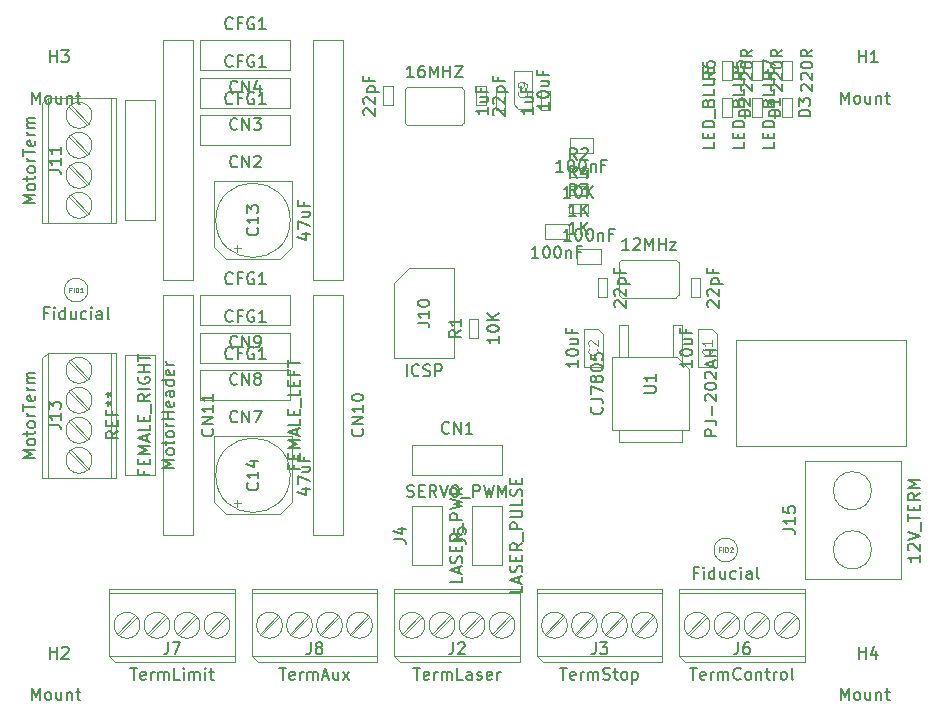
<source format=gbr>
G04 #@! TF.GenerationSoftware,KiCad,Pcbnew,(5.1.2)-2*
G04 #@! TF.CreationDate,2019-08-09T23:12:40-04:00*
G04 #@! TF.ProjectId,Controller,436f6e74-726f-46c6-9c65-722e6b696361,rev?*
G04 #@! TF.SameCoordinates,Original*
G04 #@! TF.FileFunction,Other,Fab,Top*
%FSLAX46Y46*%
G04 Gerber Fmt 4.6, Leading zero omitted, Abs format (unit mm)*
G04 Created by KiCad (PCBNEW (5.1.2)-2) date 2019-08-09 23:12:40*
%MOMM*%
%LPD*%
G04 APERTURE LIST*
%ADD10C,0.100000*%
%ADD11C,0.150000*%
%ADD12C,0.120000*%
%ADD13C,0.060000*%
G04 APERTURE END LIST*
D10*
X191786000Y-39355000D02*
X191786000Y-38115000D01*
X193786000Y-39355000D02*
X191786000Y-39355000D01*
X193786000Y-38115000D02*
X193786000Y-39355000D01*
X193786000Y-38115000D02*
X191786000Y-38115000D01*
X200801000Y-51638000D02*
X196201000Y-51638000D01*
X196001000Y-51438000D02*
X196001000Y-48638000D01*
X196201000Y-48438000D02*
X200801000Y-48438000D01*
X201001000Y-48638000D02*
X201001000Y-51438000D01*
X196201000Y-48438000D02*
G75*
G02X196001000Y-48638000I-200000J0D01*
G01*
X196001000Y-51438000D02*
G75*
G02X196201000Y-51638000I0J-200000D01*
G01*
X200801000Y-51638000D02*
G75*
G02X201001000Y-51438000I200000J0D01*
G01*
X201001000Y-48638000D02*
G75*
G02X200801000Y-48438000I0J200000D01*
G01*
X202654000Y-57480000D02*
X204254000Y-57480000D01*
X202654000Y-54280000D02*
X202654000Y-57480000D01*
X203854000Y-54280000D02*
X202654000Y-54280000D01*
X204254000Y-54680000D02*
X203854000Y-54280000D01*
X204254000Y-57480000D02*
X204254000Y-54680000D01*
X194602000Y-57480000D02*
X194602000Y-54680000D01*
X194602000Y-54680000D02*
X194202000Y-54280000D01*
X194202000Y-54280000D02*
X193002000Y-54280000D01*
X193002000Y-54280000D02*
X193002000Y-57480000D01*
X193002000Y-57480000D02*
X194602000Y-57480000D01*
X194164000Y-51600000D02*
X194164000Y-50000000D01*
X194164000Y-50000000D02*
X194964000Y-50000000D01*
X194964000Y-50000000D02*
X194964000Y-51600000D01*
X194964000Y-51600000D02*
X194164000Y-51600000D01*
X192421000Y-48753000D02*
X194421000Y-48753000D01*
X192421000Y-48753000D02*
X192421000Y-47513000D01*
X192421000Y-47513000D02*
X194421000Y-47513000D01*
X194421000Y-47513000D02*
X194421000Y-48753000D01*
X202838000Y-51600000D02*
X202038000Y-51600000D01*
X202838000Y-50000000D02*
X202838000Y-51600000D01*
X202038000Y-50000000D02*
X202838000Y-50000000D01*
X202038000Y-51600000D02*
X202038000Y-50000000D01*
X186328000Y-34125000D02*
X186328000Y-35725000D01*
X186328000Y-35725000D02*
X185528000Y-35725000D01*
X185528000Y-35725000D02*
X185528000Y-34125000D01*
X185528000Y-34125000D02*
X186328000Y-34125000D01*
X183877000Y-35344000D02*
X183877000Y-33744000D01*
X183877000Y-33744000D02*
X184677000Y-33744000D01*
X184677000Y-33744000D02*
X184677000Y-35344000D01*
X184677000Y-35344000D02*
X183877000Y-35344000D01*
X176003000Y-33744000D02*
X176803000Y-33744000D01*
X176003000Y-35344000D02*
X176003000Y-33744000D01*
X176803000Y-35344000D02*
X176003000Y-35344000D01*
X176803000Y-33744000D02*
X176803000Y-35344000D01*
X187033000Y-32436000D02*
X187033000Y-35236000D01*
X187033000Y-35236000D02*
X187433000Y-35636000D01*
X187433000Y-35636000D02*
X188633000Y-35636000D01*
X188633000Y-35636000D02*
X188633000Y-32436000D01*
X188633000Y-32436000D02*
X187033000Y-32436000D01*
X191690500Y-45417500D02*
X189690500Y-45417500D01*
X191690500Y-45417500D02*
X191690500Y-46657500D01*
X191690500Y-46657500D02*
X189690500Y-46657500D01*
X189690500Y-46657500D02*
X189690500Y-45417500D01*
X189338000Y-34125000D02*
X190138000Y-34125000D01*
X189338000Y-35725000D02*
X189338000Y-34125000D01*
X190138000Y-35725000D02*
X189338000Y-35725000D01*
X190138000Y-34125000D02*
X190138000Y-35725000D01*
X163328000Y-47474838D02*
X163958000Y-47474838D01*
X163643000Y-47789838D02*
X163643000Y-47159838D01*
X167273000Y-48385000D02*
X168273000Y-47385000D01*
X162673000Y-48385000D02*
X161673000Y-47385000D01*
X162673000Y-48385000D02*
X167273000Y-48385000D01*
X168273000Y-47385000D02*
X168273000Y-41785000D01*
X161673000Y-47385000D02*
X161673000Y-41785000D01*
X161673000Y-41785000D02*
X168273000Y-41785000D01*
X168123000Y-45085000D02*
G75*
G03X168123000Y-45085000I-3150000J0D01*
G01*
X168123000Y-66675000D02*
G75*
G03X168123000Y-66675000I-3150000J0D01*
G01*
X161673000Y-63375000D02*
X168273000Y-63375000D01*
X161673000Y-68975000D02*
X161673000Y-63375000D01*
X168273000Y-68975000D02*
X168273000Y-63375000D01*
X162673000Y-69975000D02*
X167273000Y-69975000D01*
X162673000Y-69975000D02*
X161673000Y-68975000D01*
X167273000Y-69975000D02*
X168273000Y-68975000D01*
X163643000Y-69379838D02*
X163643000Y-68749838D01*
X163328000Y-69064838D02*
X163958000Y-69064838D01*
X178435000Y-66670000D02*
X178435000Y-64130000D01*
X178435000Y-64130000D02*
X186055000Y-64130000D01*
X186055000Y-66675000D02*
X178435000Y-66675000D01*
X186055000Y-64135000D02*
X186055000Y-66675000D01*
X160528000Y-38735000D02*
X160528000Y-36195000D01*
X160528000Y-36195000D02*
X168148000Y-36195000D01*
X168148000Y-38740000D02*
X160528000Y-38740000D01*
X168148000Y-36200000D02*
X168148000Y-38740000D01*
X160528000Y-35560000D02*
X160528000Y-33020000D01*
X160528000Y-33020000D02*
X168148000Y-33020000D01*
X168148000Y-35565000D02*
X160528000Y-35565000D01*
X168148000Y-33025000D02*
X168148000Y-35565000D01*
X168148000Y-29850000D02*
X168148000Y-32390000D01*
X168148000Y-32390000D02*
X160528000Y-32390000D01*
X160528000Y-29845000D02*
X168148000Y-29845000D01*
X160528000Y-32385000D02*
X160528000Y-29845000D01*
X172593000Y-29845000D02*
X172593000Y-50165000D01*
X172593000Y-50165000D02*
X170053000Y-50165000D01*
X170053000Y-29845000D02*
X170053000Y-50165000D01*
X172593000Y-29845000D02*
X170053000Y-29845000D01*
X159893000Y-29845000D02*
X159893000Y-50165000D01*
X159893000Y-50165000D02*
X157353000Y-50165000D01*
X157353000Y-29845000D02*
X157353000Y-50165000D01*
X159893000Y-29845000D02*
X157353000Y-29845000D01*
X168148000Y-57790000D02*
X168148000Y-60330000D01*
X168148000Y-60330000D02*
X160528000Y-60330000D01*
X160528000Y-57785000D02*
X168148000Y-57785000D01*
X160528000Y-60325000D02*
X160528000Y-57785000D01*
X168148000Y-54615000D02*
X168148000Y-57155000D01*
X168148000Y-57155000D02*
X160528000Y-57155000D01*
X160528000Y-54610000D02*
X168148000Y-54610000D01*
X160528000Y-57150000D02*
X160528000Y-54610000D01*
X160528000Y-53975000D02*
X160528000Y-51435000D01*
X160528000Y-51435000D02*
X168148000Y-51435000D01*
X168148000Y-53980000D02*
X160528000Y-53980000D01*
X168148000Y-51440000D02*
X168148000Y-53980000D01*
X172593000Y-51435000D02*
X170053000Y-51435000D01*
X170053000Y-51435000D02*
X170053000Y-71755000D01*
X172593000Y-71755000D02*
X170053000Y-71755000D01*
X172593000Y-51435000D02*
X172593000Y-71755000D01*
X159893000Y-51435000D02*
X157353000Y-51435000D01*
X157353000Y-51435000D02*
X157353000Y-71755000D01*
X159893000Y-71755000D02*
X157353000Y-71755000D01*
X159893000Y-51435000D02*
X159893000Y-71755000D01*
X207245000Y-34760000D02*
X208045000Y-34760000D01*
X207245000Y-36360000D02*
X207245000Y-34760000D01*
X208045000Y-36360000D02*
X207245000Y-36360000D01*
X208045000Y-34760000D02*
X208045000Y-36360000D01*
X205505000Y-34760000D02*
X205505000Y-36360000D01*
X205505000Y-36360000D02*
X204705000Y-36360000D01*
X204705000Y-36360000D02*
X204705000Y-34760000D01*
X204705000Y-34760000D02*
X205505000Y-34760000D01*
X220250000Y-55190000D02*
X220250000Y-64190000D01*
X205850000Y-64190000D02*
X220250000Y-64190000D01*
X205850000Y-55190000D02*
X220250000Y-55190000D01*
X205850000Y-55190000D02*
X205850000Y-64190000D01*
X186756000Y-78540000D02*
X185221000Y-80075000D01*
X186890000Y-78675000D02*
X185355000Y-80210000D01*
X184216000Y-78540000D02*
X182681000Y-80075000D01*
X184350000Y-78675000D02*
X182815000Y-80210000D01*
X181676000Y-78540000D02*
X180141000Y-80075000D01*
X181810000Y-78675000D02*
X180275000Y-80210000D01*
X179136000Y-78540000D02*
X177600000Y-80075000D01*
X179270000Y-78675000D02*
X177734000Y-80210000D01*
X176935000Y-76675000D02*
X187555000Y-76675000D01*
X176935000Y-81975000D02*
X187555000Y-81975000D01*
X176935000Y-81975000D02*
X176935000Y-76275000D01*
X177435000Y-82475000D02*
X176935000Y-81975000D01*
X187555000Y-82475000D02*
X177435000Y-82475000D01*
X187555000Y-76275000D02*
X187555000Y-82475000D01*
X176935000Y-76275000D02*
X187555000Y-76275000D01*
X187155000Y-79375000D02*
G75*
G03X187155000Y-79375000I-1100000J0D01*
G01*
X184615000Y-79375000D02*
G75*
G03X184615000Y-79375000I-1100000J0D01*
G01*
X182075000Y-79375000D02*
G75*
G03X182075000Y-79375000I-1100000J0D01*
G01*
X179535000Y-79375000D02*
G75*
G03X179535000Y-79375000I-1100000J0D01*
G01*
X191600000Y-79375000D02*
G75*
G03X191600000Y-79375000I-1100000J0D01*
G01*
X194140000Y-79375000D02*
G75*
G03X194140000Y-79375000I-1100000J0D01*
G01*
X196680000Y-79375000D02*
G75*
G03X196680000Y-79375000I-1100000J0D01*
G01*
X199220000Y-79375000D02*
G75*
G03X199220000Y-79375000I-1100000J0D01*
G01*
X189000000Y-76275000D02*
X199620000Y-76275000D01*
X199620000Y-76275000D02*
X199620000Y-82475000D01*
X199620000Y-82475000D02*
X189500000Y-82475000D01*
X189500000Y-82475000D02*
X189000000Y-81975000D01*
X189000000Y-81975000D02*
X189000000Y-76275000D01*
X189000000Y-81975000D02*
X199620000Y-81975000D01*
X189000000Y-76675000D02*
X199620000Y-76675000D01*
X191335000Y-78675000D02*
X189799000Y-80210000D01*
X191201000Y-78540000D02*
X189665000Y-80075000D01*
X193875000Y-78675000D02*
X192340000Y-80210000D01*
X193741000Y-78540000D02*
X192206000Y-80075000D01*
X196415000Y-78675000D02*
X194880000Y-80210000D01*
X196281000Y-78540000D02*
X194746000Y-80075000D01*
X198955000Y-78675000D02*
X197420000Y-80210000D01*
X198821000Y-78540000D02*
X197286000Y-80075000D01*
X180955000Y-74255000D02*
X178455000Y-74255000D01*
X180955000Y-69255000D02*
X180955000Y-74255000D01*
X178455000Y-69255000D02*
X178455000Y-74255000D01*
X180955000Y-69255000D02*
X178455000Y-69255000D01*
X186035000Y-69255000D02*
X183535000Y-69255000D01*
X183535000Y-69255000D02*
X183535000Y-74255000D01*
X186035000Y-69255000D02*
X186035000Y-74255000D01*
X186035000Y-74255000D02*
X183535000Y-74255000D01*
X210886000Y-78540000D02*
X209351000Y-80075000D01*
X211020000Y-78675000D02*
X209485000Y-80210000D01*
X208346000Y-78540000D02*
X206811000Y-80075000D01*
X208480000Y-78675000D02*
X206945000Y-80210000D01*
X205806000Y-78540000D02*
X204271000Y-80075000D01*
X205940000Y-78675000D02*
X204405000Y-80210000D01*
X203266000Y-78540000D02*
X201730000Y-80075000D01*
X203400000Y-78675000D02*
X201864000Y-80210000D01*
X201065000Y-76675000D02*
X211685000Y-76675000D01*
X201065000Y-81975000D02*
X211685000Y-81975000D01*
X201065000Y-81975000D02*
X201065000Y-76275000D01*
X201565000Y-82475000D02*
X201065000Y-81975000D01*
X211685000Y-82475000D02*
X201565000Y-82475000D01*
X211685000Y-76275000D02*
X211685000Y-82475000D01*
X201065000Y-76275000D02*
X211685000Y-76275000D01*
X211285000Y-79375000D02*
G75*
G03X211285000Y-79375000I-1100000J0D01*
G01*
X208745000Y-79375000D02*
G75*
G03X208745000Y-79375000I-1100000J0D01*
G01*
X206205000Y-79375000D02*
G75*
G03X206205000Y-79375000I-1100000J0D01*
G01*
X203665000Y-79375000D02*
G75*
G03X203665000Y-79375000I-1100000J0D01*
G01*
X155405000Y-79375000D02*
G75*
G03X155405000Y-79375000I-1100000J0D01*
G01*
X157945000Y-79375000D02*
G75*
G03X157945000Y-79375000I-1100000J0D01*
G01*
X160485000Y-79375000D02*
G75*
G03X160485000Y-79375000I-1100000J0D01*
G01*
X163025000Y-79375000D02*
G75*
G03X163025000Y-79375000I-1100000J0D01*
G01*
X152805000Y-76275000D02*
X163425000Y-76275000D01*
X163425000Y-76275000D02*
X163425000Y-82475000D01*
X163425000Y-82475000D02*
X153305000Y-82475000D01*
X153305000Y-82475000D02*
X152805000Y-81975000D01*
X152805000Y-81975000D02*
X152805000Y-76275000D01*
X152805000Y-81975000D02*
X163425000Y-81975000D01*
X152805000Y-76675000D02*
X163425000Y-76675000D01*
X155140000Y-78675000D02*
X153604000Y-80210000D01*
X155006000Y-78540000D02*
X153470000Y-80075000D01*
X157680000Y-78675000D02*
X156145000Y-80210000D01*
X157546000Y-78540000D02*
X156011000Y-80075000D01*
X160220000Y-78675000D02*
X158685000Y-80210000D01*
X160086000Y-78540000D02*
X158551000Y-80075000D01*
X162760000Y-78675000D02*
X161225000Y-80210000D01*
X162626000Y-78540000D02*
X161091000Y-80075000D01*
X174691000Y-78540000D02*
X173156000Y-80075000D01*
X174825000Y-78675000D02*
X173290000Y-80210000D01*
X172151000Y-78540000D02*
X170616000Y-80075000D01*
X172285000Y-78675000D02*
X170750000Y-80210000D01*
X169611000Y-78540000D02*
X168076000Y-80075000D01*
X169745000Y-78675000D02*
X168210000Y-80210000D01*
X167071000Y-78540000D02*
X165535000Y-80075000D01*
X167205000Y-78675000D02*
X165669000Y-80210000D01*
X164870000Y-76675000D02*
X175490000Y-76675000D01*
X164870000Y-81975000D02*
X175490000Y-81975000D01*
X164870000Y-81975000D02*
X164870000Y-76275000D01*
X165370000Y-82475000D02*
X164870000Y-81975000D01*
X175490000Y-82475000D02*
X165370000Y-82475000D01*
X175490000Y-76275000D02*
X175490000Y-82475000D01*
X164870000Y-76275000D02*
X175490000Y-76275000D01*
X175090000Y-79375000D02*
G75*
G03X175090000Y-79375000I-1100000J0D01*
G01*
X172550000Y-79375000D02*
G75*
G03X172550000Y-79375000I-1100000J0D01*
G01*
X170010000Y-79375000D02*
G75*
G03X170010000Y-79375000I-1100000J0D01*
G01*
X167470000Y-79375000D02*
G75*
G03X167470000Y-79375000I-1100000J0D01*
G01*
X178181000Y-49149000D02*
X181991000Y-49149000D01*
X181991000Y-49149000D02*
X181991000Y-56769000D01*
X181991000Y-56769000D02*
X176911000Y-56769000D01*
X176911000Y-56769000D02*
X176911000Y-50419000D01*
X176911000Y-50419000D02*
X178181000Y-49149000D01*
X151341000Y-36195000D02*
G75*
G03X151341000Y-36195000I-1100000J0D01*
G01*
X151341000Y-38735000D02*
G75*
G03X151341000Y-38735000I-1100000J0D01*
G01*
X151341000Y-41275000D02*
G75*
G03X151341000Y-41275000I-1100000J0D01*
G01*
X151341000Y-43815000D02*
G75*
G03X151341000Y-43815000I-1100000J0D01*
G01*
X153341000Y-34695000D02*
X153341000Y-45315000D01*
X153341000Y-45315000D02*
X147141000Y-45315000D01*
X147141000Y-45315000D02*
X147141000Y-35195000D01*
X147141000Y-35195000D02*
X147641000Y-34695000D01*
X147641000Y-34695000D02*
X153341000Y-34695000D01*
X147641000Y-34695000D02*
X147641000Y-45315000D01*
X152941000Y-34695000D02*
X152941000Y-45315000D01*
X150941000Y-37030000D02*
X149406000Y-35494000D01*
X151076000Y-36896000D02*
X149541000Y-35360000D01*
X150941000Y-39570000D02*
X149406000Y-38035000D01*
X151076000Y-39436000D02*
X149541000Y-37901000D01*
X150941000Y-42110000D02*
X149406000Y-40575000D01*
X151076000Y-41976000D02*
X149541000Y-40441000D01*
X150941000Y-44650000D02*
X149406000Y-43115000D01*
X151076000Y-44516000D02*
X149541000Y-42981000D01*
X156718000Y-45085000D02*
X154178000Y-45085000D01*
X154178000Y-45085000D02*
X154178000Y-34925000D01*
X156718000Y-34925000D02*
X156718000Y-45085000D01*
X154178000Y-34925000D02*
X156718000Y-34925000D01*
X151341000Y-57785000D02*
G75*
G03X151341000Y-57785000I-1100000J0D01*
G01*
X151341000Y-60325000D02*
G75*
G03X151341000Y-60325000I-1100000J0D01*
G01*
X151341000Y-62865000D02*
G75*
G03X151341000Y-62865000I-1100000J0D01*
G01*
X151341000Y-65405000D02*
G75*
G03X151341000Y-65405000I-1100000J0D01*
G01*
X153341000Y-56285000D02*
X153341000Y-66905000D01*
X153341000Y-66905000D02*
X147141000Y-66905000D01*
X147141000Y-66905000D02*
X147141000Y-56785000D01*
X147141000Y-56785000D02*
X147641000Y-56285000D01*
X147641000Y-56285000D02*
X153341000Y-56285000D01*
X147641000Y-56285000D02*
X147641000Y-66905000D01*
X152941000Y-56285000D02*
X152941000Y-66905000D01*
X150941000Y-58620000D02*
X149406000Y-57084000D01*
X151076000Y-58486000D02*
X149541000Y-56950000D01*
X150941000Y-61160000D02*
X149406000Y-59625000D01*
X151076000Y-61026000D02*
X149541000Y-59491000D01*
X150941000Y-63700000D02*
X149406000Y-62165000D01*
X151076000Y-63566000D02*
X149541000Y-62031000D01*
X150941000Y-66240000D02*
X149406000Y-64705000D01*
X151076000Y-66106000D02*
X149541000Y-64571000D01*
X154178000Y-56515000D02*
X156718000Y-56515000D01*
X156718000Y-56515000D02*
X156718000Y-66675000D01*
X154178000Y-66675000D02*
X154178000Y-56515000D01*
X156718000Y-66675000D02*
X154178000Y-66675000D01*
X183242000Y-55029000D02*
X183242000Y-53429000D01*
X183242000Y-53429000D02*
X184042000Y-53429000D01*
X184042000Y-53429000D02*
X184042000Y-55029000D01*
X184042000Y-55029000D02*
X183242000Y-55029000D01*
X191732000Y-41421000D02*
X191732000Y-40621000D01*
X193332000Y-41421000D02*
X191732000Y-41421000D01*
X193332000Y-40621000D02*
X193332000Y-41421000D01*
X191732000Y-40621000D02*
X193332000Y-40621000D01*
X191732000Y-43669000D02*
X193332000Y-43669000D01*
X193332000Y-43669000D02*
X193332000Y-44469000D01*
X193332000Y-44469000D02*
X191732000Y-44469000D01*
X191732000Y-44469000D02*
X191732000Y-43669000D01*
X191732000Y-42945000D02*
X191732000Y-42145000D01*
X193332000Y-42945000D02*
X191732000Y-42945000D01*
X193332000Y-42145000D02*
X193332000Y-42945000D01*
X191732000Y-42145000D02*
X193332000Y-42145000D01*
X208045000Y-33185000D02*
X207245000Y-33185000D01*
X208045000Y-31585000D02*
X208045000Y-33185000D01*
X207245000Y-31585000D02*
X208045000Y-31585000D01*
X207245000Y-33185000D02*
X207245000Y-31585000D01*
X204705000Y-33185000D02*
X204705000Y-31585000D01*
X204705000Y-31585000D02*
X205505000Y-31585000D01*
X205505000Y-31585000D02*
X205505000Y-33185000D01*
X205505000Y-33185000D02*
X204705000Y-33185000D01*
X201328000Y-62878000D02*
X201328000Y-63878000D01*
X201328000Y-63878000D02*
X195928000Y-63878000D01*
X195928000Y-63878000D02*
X195928000Y-62878000D01*
X201878000Y-62878000D02*
X195378000Y-62878000D01*
X195378000Y-62878000D02*
X195378000Y-56658000D01*
X195378000Y-56658000D02*
X200878000Y-56658000D01*
X200878000Y-56658000D02*
X201878000Y-57658000D01*
X201878000Y-57658000D02*
X201878000Y-62878000D01*
X201283000Y-57063000D02*
X201283000Y-53958000D01*
X201283000Y-53958000D02*
X200533000Y-53958000D01*
X200533000Y-53958000D02*
X200533000Y-56658000D01*
X196723000Y-56658000D02*
X196723000Y-53958000D01*
X196723000Y-53958000D02*
X195973000Y-53958000D01*
X195973000Y-53958000D02*
X195973000Y-56658000D01*
X182840000Y-34033000D02*
G75*
G02X182640000Y-33833000I0J200000D01*
G01*
X182640000Y-37033000D02*
G75*
G02X182840000Y-36833000I200000J0D01*
G01*
X177840000Y-36833000D02*
G75*
G02X178040000Y-37033000I0J-200000D01*
G01*
X178040000Y-33833000D02*
G75*
G02X177840000Y-34033000I-200000J0D01*
G01*
X182840000Y-34033000D02*
X182840000Y-36833000D01*
X178040000Y-33833000D02*
X182640000Y-33833000D01*
X177840000Y-36833000D02*
X177840000Y-34033000D01*
X182640000Y-37033000D02*
X178040000Y-37033000D01*
X151000000Y-51000000D02*
G75*
G03X151000000Y-51000000I-1000000J0D01*
G01*
X206000000Y-73000000D02*
G75*
G03X206000000Y-73000000I-1000000J0D01*
G01*
X210585000Y-34760000D02*
X210585000Y-36360000D01*
X210585000Y-36360000D02*
X209785000Y-36360000D01*
X209785000Y-36360000D02*
X209785000Y-34760000D01*
X209785000Y-34760000D02*
X210585000Y-34760000D01*
X209785000Y-33185000D02*
X209785000Y-31585000D01*
X209785000Y-31585000D02*
X210585000Y-31585000D01*
X210585000Y-31585000D02*
X210585000Y-33185000D01*
X210585000Y-33185000D02*
X209785000Y-33185000D01*
X219873000Y-65485000D02*
X211673000Y-65485000D01*
X211673000Y-65485000D02*
X211673000Y-75485000D01*
X219873000Y-75485000D02*
X211673000Y-75485000D01*
X219873000Y-65485000D02*
X219873000Y-75485000D01*
X217339446Y-72985000D02*
G75*
G03X217339446Y-72985000I-1616446J0D01*
G01*
X217339446Y-67985000D02*
G75*
G03X217339446Y-67985000I-1616446J0D01*
G01*
D11*
X191238380Y-40965380D02*
X190666952Y-40965380D01*
X190952666Y-40965380D02*
X190952666Y-39965380D01*
X190857428Y-40108238D01*
X190762190Y-40203476D01*
X190666952Y-40251095D01*
X191857428Y-39965380D02*
X191952666Y-39965380D01*
X192047904Y-40013000D01*
X192095523Y-40060619D01*
X192143142Y-40155857D01*
X192190761Y-40346333D01*
X192190761Y-40584428D01*
X192143142Y-40774904D01*
X192095523Y-40870142D01*
X192047904Y-40917761D01*
X191952666Y-40965380D01*
X191857428Y-40965380D01*
X191762190Y-40917761D01*
X191714571Y-40870142D01*
X191666952Y-40774904D01*
X191619333Y-40584428D01*
X191619333Y-40346333D01*
X191666952Y-40155857D01*
X191714571Y-40060619D01*
X191762190Y-40013000D01*
X191857428Y-39965380D01*
X192809809Y-39965380D02*
X192905047Y-39965380D01*
X193000285Y-40013000D01*
X193047904Y-40060619D01*
X193095523Y-40155857D01*
X193143142Y-40346333D01*
X193143142Y-40584428D01*
X193095523Y-40774904D01*
X193047904Y-40870142D01*
X193000285Y-40917761D01*
X192905047Y-40965380D01*
X192809809Y-40965380D01*
X192714571Y-40917761D01*
X192666952Y-40870142D01*
X192619333Y-40774904D01*
X192571714Y-40584428D01*
X192571714Y-40346333D01*
X192619333Y-40155857D01*
X192666952Y-40060619D01*
X192714571Y-40013000D01*
X192809809Y-39965380D01*
X193571714Y-40298714D02*
X193571714Y-40965380D01*
X193571714Y-40393952D02*
X193619333Y-40346333D01*
X193714571Y-40298714D01*
X193857428Y-40298714D01*
X193952666Y-40346333D01*
X194000285Y-40441571D01*
X194000285Y-40965380D01*
X194809809Y-40441571D02*
X194476476Y-40441571D01*
X194476476Y-40965380D02*
X194476476Y-39965380D01*
X194952666Y-39965380D01*
X196810523Y-47590380D02*
X196239095Y-47590380D01*
X196524809Y-47590380D02*
X196524809Y-46590380D01*
X196429571Y-46733238D01*
X196334333Y-46828476D01*
X196239095Y-46876095D01*
X197191476Y-46685619D02*
X197239095Y-46638000D01*
X197334333Y-46590380D01*
X197572428Y-46590380D01*
X197667666Y-46638000D01*
X197715285Y-46685619D01*
X197762904Y-46780857D01*
X197762904Y-46876095D01*
X197715285Y-47018952D01*
X197143857Y-47590380D01*
X197762904Y-47590380D01*
X198191476Y-47590380D02*
X198191476Y-46590380D01*
X198524809Y-47304666D01*
X198858142Y-46590380D01*
X198858142Y-47590380D01*
X199334333Y-47590380D02*
X199334333Y-46590380D01*
X199334333Y-47066571D02*
X199905761Y-47066571D01*
X199905761Y-47590380D02*
X199905761Y-46590380D01*
X200286714Y-46923714D02*
X200810523Y-46923714D01*
X200286714Y-47590380D01*
X200810523Y-47590380D01*
X202156380Y-56951428D02*
X202156380Y-57522857D01*
X202156380Y-57237142D02*
X201156380Y-57237142D01*
X201299238Y-57332380D01*
X201394476Y-57427619D01*
X201442095Y-57522857D01*
X201156380Y-56332380D02*
X201156380Y-56237142D01*
X201204000Y-56141904D01*
X201251619Y-56094285D01*
X201346857Y-56046666D01*
X201537333Y-55999047D01*
X201775428Y-55999047D01*
X201965904Y-56046666D01*
X202061142Y-56094285D01*
X202108761Y-56141904D01*
X202156380Y-56237142D01*
X202156380Y-56332380D01*
X202108761Y-56427619D01*
X202061142Y-56475238D01*
X201965904Y-56522857D01*
X201775428Y-56570476D01*
X201537333Y-56570476D01*
X201346857Y-56522857D01*
X201251619Y-56475238D01*
X201204000Y-56427619D01*
X201156380Y-56332380D01*
X201489714Y-55141904D02*
X202156380Y-55141904D01*
X201489714Y-55570476D02*
X202013523Y-55570476D01*
X202108761Y-55522857D01*
X202156380Y-55427619D01*
X202156380Y-55284761D01*
X202108761Y-55189523D01*
X202061142Y-55141904D01*
X201632571Y-54332380D02*
X201632571Y-54665714D01*
X202156380Y-54665714D02*
X201156380Y-54665714D01*
X201156380Y-54189523D01*
D12*
X203739714Y-56013333D02*
X203777809Y-56051428D01*
X203815904Y-56165714D01*
X203815904Y-56241904D01*
X203777809Y-56356190D01*
X203701619Y-56432380D01*
X203625428Y-56470476D01*
X203473047Y-56508571D01*
X203358761Y-56508571D01*
X203206380Y-56470476D01*
X203130190Y-56432380D01*
X203054000Y-56356190D01*
X203015904Y-56241904D01*
X203015904Y-56165714D01*
X203054000Y-56051428D01*
X203092095Y-56013333D01*
X203815904Y-55251428D02*
X203815904Y-55708571D01*
X203815904Y-55480000D02*
X203015904Y-55480000D01*
X203130190Y-55556190D01*
X203206380Y-55632380D01*
X203244476Y-55708571D01*
D11*
X192504380Y-56951428D02*
X192504380Y-57522857D01*
X192504380Y-57237142D02*
X191504380Y-57237142D01*
X191647238Y-57332380D01*
X191742476Y-57427619D01*
X191790095Y-57522857D01*
X191504380Y-56332380D02*
X191504380Y-56237142D01*
X191552000Y-56141904D01*
X191599619Y-56094285D01*
X191694857Y-56046666D01*
X191885333Y-55999047D01*
X192123428Y-55999047D01*
X192313904Y-56046666D01*
X192409142Y-56094285D01*
X192456761Y-56141904D01*
X192504380Y-56237142D01*
X192504380Y-56332380D01*
X192456761Y-56427619D01*
X192409142Y-56475238D01*
X192313904Y-56522857D01*
X192123428Y-56570476D01*
X191885333Y-56570476D01*
X191694857Y-56522857D01*
X191599619Y-56475238D01*
X191552000Y-56427619D01*
X191504380Y-56332380D01*
X191837714Y-55141904D02*
X192504380Y-55141904D01*
X191837714Y-55570476D02*
X192361523Y-55570476D01*
X192456761Y-55522857D01*
X192504380Y-55427619D01*
X192504380Y-55284761D01*
X192456761Y-55189523D01*
X192409142Y-55141904D01*
X191980571Y-54332380D02*
X191980571Y-54665714D01*
X192504380Y-54665714D02*
X191504380Y-54665714D01*
X191504380Y-54189523D01*
D12*
X194087714Y-56013333D02*
X194125809Y-56051428D01*
X194163904Y-56165714D01*
X194163904Y-56241904D01*
X194125809Y-56356190D01*
X194049619Y-56432380D01*
X193973428Y-56470476D01*
X193821047Y-56508571D01*
X193706761Y-56508571D01*
X193554380Y-56470476D01*
X193478190Y-56432380D01*
X193402000Y-56356190D01*
X193363904Y-56241904D01*
X193363904Y-56165714D01*
X193402000Y-56051428D01*
X193440095Y-56013333D01*
X193440095Y-55708571D02*
X193402000Y-55670476D01*
X193363904Y-55594285D01*
X193363904Y-55403809D01*
X193402000Y-55327619D01*
X193440095Y-55289523D01*
X193516285Y-55251428D01*
X193592476Y-55251428D01*
X193706761Y-55289523D01*
X194163904Y-55746666D01*
X194163904Y-55251428D01*
D11*
X195651619Y-52442857D02*
X195604000Y-52395238D01*
X195556380Y-52300000D01*
X195556380Y-52061904D01*
X195604000Y-51966666D01*
X195651619Y-51919047D01*
X195746857Y-51871428D01*
X195842095Y-51871428D01*
X195984952Y-51919047D01*
X196556380Y-52490476D01*
X196556380Y-51871428D01*
X195651619Y-51490476D02*
X195604000Y-51442857D01*
X195556380Y-51347619D01*
X195556380Y-51109523D01*
X195604000Y-51014285D01*
X195651619Y-50966666D01*
X195746857Y-50919047D01*
X195842095Y-50919047D01*
X195984952Y-50966666D01*
X196556380Y-51538095D01*
X196556380Y-50919047D01*
X195889714Y-50490476D02*
X196889714Y-50490476D01*
X195937333Y-50490476D02*
X195889714Y-50395238D01*
X195889714Y-50204761D01*
X195937333Y-50109523D01*
X195984952Y-50061904D01*
X196080190Y-50014285D01*
X196365904Y-50014285D01*
X196461142Y-50061904D01*
X196508761Y-50109523D01*
X196556380Y-50204761D01*
X196556380Y-50395238D01*
X196508761Y-50490476D01*
X196032571Y-49252380D02*
X196032571Y-49585714D01*
X196556380Y-49585714D02*
X195556380Y-49585714D01*
X195556380Y-49109523D01*
X191873380Y-46807380D02*
X191301952Y-46807380D01*
X191587666Y-46807380D02*
X191587666Y-45807380D01*
X191492428Y-45950238D01*
X191397190Y-46045476D01*
X191301952Y-46093095D01*
X192492428Y-45807380D02*
X192587666Y-45807380D01*
X192682904Y-45855000D01*
X192730523Y-45902619D01*
X192778142Y-45997857D01*
X192825761Y-46188333D01*
X192825761Y-46426428D01*
X192778142Y-46616904D01*
X192730523Y-46712142D01*
X192682904Y-46759761D01*
X192587666Y-46807380D01*
X192492428Y-46807380D01*
X192397190Y-46759761D01*
X192349571Y-46712142D01*
X192301952Y-46616904D01*
X192254333Y-46426428D01*
X192254333Y-46188333D01*
X192301952Y-45997857D01*
X192349571Y-45902619D01*
X192397190Y-45855000D01*
X192492428Y-45807380D01*
X193444809Y-45807380D02*
X193540047Y-45807380D01*
X193635285Y-45855000D01*
X193682904Y-45902619D01*
X193730523Y-45997857D01*
X193778142Y-46188333D01*
X193778142Y-46426428D01*
X193730523Y-46616904D01*
X193682904Y-46712142D01*
X193635285Y-46759761D01*
X193540047Y-46807380D01*
X193444809Y-46807380D01*
X193349571Y-46759761D01*
X193301952Y-46712142D01*
X193254333Y-46616904D01*
X193206714Y-46426428D01*
X193206714Y-46188333D01*
X193254333Y-45997857D01*
X193301952Y-45902619D01*
X193349571Y-45855000D01*
X193444809Y-45807380D01*
X194206714Y-46140714D02*
X194206714Y-46807380D01*
X194206714Y-46235952D02*
X194254333Y-46188333D01*
X194349571Y-46140714D01*
X194492428Y-46140714D01*
X194587666Y-46188333D01*
X194635285Y-46283571D01*
X194635285Y-46807380D01*
X195444809Y-46283571D02*
X195111476Y-46283571D01*
X195111476Y-46807380D02*
X195111476Y-45807380D01*
X195587666Y-45807380D01*
X203525619Y-52442857D02*
X203478000Y-52395238D01*
X203430380Y-52300000D01*
X203430380Y-52061904D01*
X203478000Y-51966666D01*
X203525619Y-51919047D01*
X203620857Y-51871428D01*
X203716095Y-51871428D01*
X203858952Y-51919047D01*
X204430380Y-52490476D01*
X204430380Y-51871428D01*
X203525619Y-51490476D02*
X203478000Y-51442857D01*
X203430380Y-51347619D01*
X203430380Y-51109523D01*
X203478000Y-51014285D01*
X203525619Y-50966666D01*
X203620857Y-50919047D01*
X203716095Y-50919047D01*
X203858952Y-50966666D01*
X204430380Y-51538095D01*
X204430380Y-50919047D01*
X203763714Y-50490476D02*
X204763714Y-50490476D01*
X203811333Y-50490476D02*
X203763714Y-50395238D01*
X203763714Y-50204761D01*
X203811333Y-50109523D01*
X203858952Y-50061904D01*
X203954190Y-50014285D01*
X204239904Y-50014285D01*
X204335142Y-50061904D01*
X204382761Y-50109523D01*
X204430380Y-50204761D01*
X204430380Y-50395238D01*
X204382761Y-50490476D01*
X203906571Y-49252380D02*
X203906571Y-49585714D01*
X204430380Y-49585714D02*
X203430380Y-49585714D01*
X203430380Y-49109523D01*
X184840380Y-35520238D02*
X184840380Y-36091666D01*
X184840380Y-35805952D02*
X183840380Y-35805952D01*
X183983238Y-35901190D01*
X184078476Y-35996428D01*
X184126095Y-36091666D01*
X184173714Y-34663095D02*
X184840380Y-34663095D01*
X184173714Y-35091666D02*
X184697523Y-35091666D01*
X184792761Y-35044047D01*
X184840380Y-34948809D01*
X184840380Y-34805952D01*
X184792761Y-34710714D01*
X184745142Y-34663095D01*
X184316571Y-33853571D02*
X184316571Y-34186904D01*
X184840380Y-34186904D02*
X183840380Y-34186904D01*
X183840380Y-33710714D01*
X185364619Y-36186857D02*
X185317000Y-36139238D01*
X185269380Y-36044000D01*
X185269380Y-35805904D01*
X185317000Y-35710666D01*
X185364619Y-35663047D01*
X185459857Y-35615428D01*
X185555095Y-35615428D01*
X185697952Y-35663047D01*
X186269380Y-36234476D01*
X186269380Y-35615428D01*
X185364619Y-35234476D02*
X185317000Y-35186857D01*
X185269380Y-35091619D01*
X185269380Y-34853523D01*
X185317000Y-34758285D01*
X185364619Y-34710666D01*
X185459857Y-34663047D01*
X185555095Y-34663047D01*
X185697952Y-34710666D01*
X186269380Y-35282095D01*
X186269380Y-34663047D01*
X185602714Y-34234476D02*
X186602714Y-34234476D01*
X185650333Y-34234476D02*
X185602714Y-34139238D01*
X185602714Y-33948761D01*
X185650333Y-33853523D01*
X185697952Y-33805904D01*
X185793190Y-33758285D01*
X186078904Y-33758285D01*
X186174142Y-33805904D01*
X186221761Y-33853523D01*
X186269380Y-33948761D01*
X186269380Y-34139238D01*
X186221761Y-34234476D01*
X185745571Y-32996380D02*
X185745571Y-33329714D01*
X186269380Y-33329714D02*
X185269380Y-33329714D01*
X185269380Y-32853523D01*
X174410619Y-36186857D02*
X174363000Y-36139238D01*
X174315380Y-36044000D01*
X174315380Y-35805904D01*
X174363000Y-35710666D01*
X174410619Y-35663047D01*
X174505857Y-35615428D01*
X174601095Y-35615428D01*
X174743952Y-35663047D01*
X175315380Y-36234476D01*
X175315380Y-35615428D01*
X174410619Y-35234476D02*
X174363000Y-35186857D01*
X174315380Y-35091619D01*
X174315380Y-34853523D01*
X174363000Y-34758285D01*
X174410619Y-34710666D01*
X174505857Y-34663047D01*
X174601095Y-34663047D01*
X174743952Y-34710666D01*
X175315380Y-35282095D01*
X175315380Y-34663047D01*
X174648714Y-34234476D02*
X175648714Y-34234476D01*
X174696333Y-34234476D02*
X174648714Y-34139238D01*
X174648714Y-33948761D01*
X174696333Y-33853523D01*
X174743952Y-33805904D01*
X174839190Y-33758285D01*
X175124904Y-33758285D01*
X175220142Y-33805904D01*
X175267761Y-33853523D01*
X175315380Y-33948761D01*
X175315380Y-34139238D01*
X175267761Y-34234476D01*
X174791571Y-32996380D02*
X174791571Y-33329714D01*
X175315380Y-33329714D02*
X174315380Y-33329714D01*
X174315380Y-32853523D01*
X190035380Y-35107428D02*
X190035380Y-35678857D01*
X190035380Y-35393142D02*
X189035380Y-35393142D01*
X189178238Y-35488380D01*
X189273476Y-35583619D01*
X189321095Y-35678857D01*
X189035380Y-34488380D02*
X189035380Y-34393142D01*
X189083000Y-34297904D01*
X189130619Y-34250285D01*
X189225857Y-34202666D01*
X189416333Y-34155047D01*
X189654428Y-34155047D01*
X189844904Y-34202666D01*
X189940142Y-34250285D01*
X189987761Y-34297904D01*
X190035380Y-34393142D01*
X190035380Y-34488380D01*
X189987761Y-34583619D01*
X189940142Y-34631238D01*
X189844904Y-34678857D01*
X189654428Y-34726476D01*
X189416333Y-34726476D01*
X189225857Y-34678857D01*
X189130619Y-34631238D01*
X189083000Y-34583619D01*
X189035380Y-34488380D01*
X189368714Y-33297904D02*
X190035380Y-33297904D01*
X189368714Y-33726476D02*
X189892523Y-33726476D01*
X189987761Y-33678857D01*
X190035380Y-33583619D01*
X190035380Y-33440761D01*
X189987761Y-33345523D01*
X189940142Y-33297904D01*
X189511571Y-32488380D02*
X189511571Y-32821714D01*
X190035380Y-32821714D02*
X189035380Y-32821714D01*
X189035380Y-32345523D01*
D12*
X188118714Y-34169333D02*
X188156809Y-34207428D01*
X188194904Y-34321714D01*
X188194904Y-34397904D01*
X188156809Y-34512190D01*
X188080619Y-34588380D01*
X188004428Y-34626476D01*
X187852047Y-34664571D01*
X187737761Y-34664571D01*
X187585380Y-34626476D01*
X187509190Y-34588380D01*
X187433000Y-34512190D01*
X187394904Y-34397904D01*
X187394904Y-34321714D01*
X187433000Y-34207428D01*
X187471095Y-34169333D01*
X188194904Y-33788380D02*
X188194904Y-33636000D01*
X188156809Y-33559809D01*
X188118714Y-33521714D01*
X188004428Y-33445523D01*
X187852047Y-33407428D01*
X187547285Y-33407428D01*
X187471095Y-33445523D01*
X187433000Y-33483619D01*
X187394904Y-33559809D01*
X187394904Y-33712190D01*
X187433000Y-33788380D01*
X187471095Y-33826476D01*
X187547285Y-33864571D01*
X187737761Y-33864571D01*
X187813952Y-33826476D01*
X187852047Y-33788380D01*
X187890142Y-33712190D01*
X187890142Y-33559809D01*
X187852047Y-33483619D01*
X187813952Y-33445523D01*
X187737761Y-33407428D01*
D11*
X189142880Y-48267880D02*
X188571452Y-48267880D01*
X188857166Y-48267880D02*
X188857166Y-47267880D01*
X188761928Y-47410738D01*
X188666690Y-47505976D01*
X188571452Y-47553595D01*
X189761928Y-47267880D02*
X189857166Y-47267880D01*
X189952404Y-47315500D01*
X190000023Y-47363119D01*
X190047642Y-47458357D01*
X190095261Y-47648833D01*
X190095261Y-47886928D01*
X190047642Y-48077404D01*
X190000023Y-48172642D01*
X189952404Y-48220261D01*
X189857166Y-48267880D01*
X189761928Y-48267880D01*
X189666690Y-48220261D01*
X189619071Y-48172642D01*
X189571452Y-48077404D01*
X189523833Y-47886928D01*
X189523833Y-47648833D01*
X189571452Y-47458357D01*
X189619071Y-47363119D01*
X189666690Y-47315500D01*
X189761928Y-47267880D01*
X190714309Y-47267880D02*
X190809547Y-47267880D01*
X190904785Y-47315500D01*
X190952404Y-47363119D01*
X191000023Y-47458357D01*
X191047642Y-47648833D01*
X191047642Y-47886928D01*
X191000023Y-48077404D01*
X190952404Y-48172642D01*
X190904785Y-48220261D01*
X190809547Y-48267880D01*
X190714309Y-48267880D01*
X190619071Y-48220261D01*
X190571452Y-48172642D01*
X190523833Y-48077404D01*
X190476214Y-47886928D01*
X190476214Y-47648833D01*
X190523833Y-47458357D01*
X190571452Y-47363119D01*
X190619071Y-47315500D01*
X190714309Y-47267880D01*
X191476214Y-47601214D02*
X191476214Y-48267880D01*
X191476214Y-47696452D02*
X191523833Y-47648833D01*
X191619071Y-47601214D01*
X191761928Y-47601214D01*
X191857166Y-47648833D01*
X191904785Y-47744071D01*
X191904785Y-48267880D01*
X192714309Y-47744071D02*
X192380976Y-47744071D01*
X192380976Y-48267880D02*
X192380976Y-47267880D01*
X192857166Y-47267880D01*
X188650380Y-35520238D02*
X188650380Y-36091666D01*
X188650380Y-35805952D02*
X187650380Y-35805952D01*
X187793238Y-35901190D01*
X187888476Y-35996428D01*
X187936095Y-36091666D01*
X187983714Y-34663095D02*
X188650380Y-34663095D01*
X187983714Y-35091666D02*
X188507523Y-35091666D01*
X188602761Y-35044047D01*
X188650380Y-34948809D01*
X188650380Y-34805952D01*
X188602761Y-34710714D01*
X188555142Y-34663095D01*
X188126571Y-33853571D02*
X188126571Y-34186904D01*
X188650380Y-34186904D02*
X187650380Y-34186904D01*
X187650380Y-33710714D01*
X169108714Y-46251666D02*
X169775380Y-46251666D01*
X168727761Y-46489761D02*
X169442047Y-46727857D01*
X169442047Y-46108809D01*
X168775380Y-45823095D02*
X168775380Y-45156428D01*
X169775380Y-45585000D01*
X169108714Y-44346904D02*
X169775380Y-44346904D01*
X169108714Y-44775476D02*
X169632523Y-44775476D01*
X169727761Y-44727857D01*
X169775380Y-44632619D01*
X169775380Y-44489761D01*
X169727761Y-44394523D01*
X169680142Y-44346904D01*
X169251571Y-43537380D02*
X169251571Y-43870714D01*
X169775380Y-43870714D02*
X168775380Y-43870714D01*
X168775380Y-43394523D01*
X165330142Y-45727857D02*
X165377761Y-45775476D01*
X165425380Y-45918333D01*
X165425380Y-46013571D01*
X165377761Y-46156428D01*
X165282523Y-46251666D01*
X165187285Y-46299285D01*
X164996809Y-46346904D01*
X164853952Y-46346904D01*
X164663476Y-46299285D01*
X164568238Y-46251666D01*
X164473000Y-46156428D01*
X164425380Y-46013571D01*
X164425380Y-45918333D01*
X164473000Y-45775476D01*
X164520619Y-45727857D01*
X165425380Y-44775476D02*
X165425380Y-45346904D01*
X165425380Y-45061190D02*
X164425380Y-45061190D01*
X164568238Y-45156428D01*
X164663476Y-45251666D01*
X164711095Y-45346904D01*
X164425380Y-44442142D02*
X164425380Y-43823095D01*
X164806333Y-44156428D01*
X164806333Y-44013571D01*
X164853952Y-43918333D01*
X164901571Y-43870714D01*
X164996809Y-43823095D01*
X165234904Y-43823095D01*
X165330142Y-43870714D01*
X165377761Y-43918333D01*
X165425380Y-44013571D01*
X165425380Y-44299285D01*
X165377761Y-44394523D01*
X165330142Y-44442142D01*
X169108714Y-67841666D02*
X169775380Y-67841666D01*
X168727761Y-68079761D02*
X169442047Y-68317857D01*
X169442047Y-67698809D01*
X168775380Y-67413095D02*
X168775380Y-66746428D01*
X169775380Y-67175000D01*
X169108714Y-65936904D02*
X169775380Y-65936904D01*
X169108714Y-66365476D02*
X169632523Y-66365476D01*
X169727761Y-66317857D01*
X169775380Y-66222619D01*
X169775380Y-66079761D01*
X169727761Y-65984523D01*
X169680142Y-65936904D01*
X169251571Y-65127380D02*
X169251571Y-65460714D01*
X169775380Y-65460714D02*
X168775380Y-65460714D01*
X168775380Y-64984523D01*
X165330142Y-67317857D02*
X165377761Y-67365476D01*
X165425380Y-67508333D01*
X165425380Y-67603571D01*
X165377761Y-67746428D01*
X165282523Y-67841666D01*
X165187285Y-67889285D01*
X164996809Y-67936904D01*
X164853952Y-67936904D01*
X164663476Y-67889285D01*
X164568238Y-67841666D01*
X164473000Y-67746428D01*
X164425380Y-67603571D01*
X164425380Y-67508333D01*
X164473000Y-67365476D01*
X164520619Y-67317857D01*
X165425380Y-66365476D02*
X165425380Y-66936904D01*
X165425380Y-66651190D02*
X164425380Y-66651190D01*
X164568238Y-66746428D01*
X164663476Y-66841666D01*
X164711095Y-66936904D01*
X164758714Y-65508333D02*
X165425380Y-65508333D01*
X164377761Y-65746428D02*
X165092047Y-65984523D01*
X165092047Y-65365476D01*
X178030714Y-68459761D02*
X178173571Y-68507380D01*
X178411666Y-68507380D01*
X178506904Y-68459761D01*
X178554523Y-68412142D01*
X178602142Y-68316904D01*
X178602142Y-68221666D01*
X178554523Y-68126428D01*
X178506904Y-68078809D01*
X178411666Y-68031190D01*
X178221190Y-67983571D01*
X178125952Y-67935952D01*
X178078333Y-67888333D01*
X178030714Y-67793095D01*
X178030714Y-67697857D01*
X178078333Y-67602619D01*
X178125952Y-67555000D01*
X178221190Y-67507380D01*
X178459285Y-67507380D01*
X178602142Y-67555000D01*
X179030714Y-67983571D02*
X179364047Y-67983571D01*
X179506904Y-68507380D02*
X179030714Y-68507380D01*
X179030714Y-67507380D01*
X179506904Y-67507380D01*
X180506904Y-68507380D02*
X180173571Y-68031190D01*
X179935476Y-68507380D02*
X179935476Y-67507380D01*
X180316428Y-67507380D01*
X180411666Y-67555000D01*
X180459285Y-67602619D01*
X180506904Y-67697857D01*
X180506904Y-67840714D01*
X180459285Y-67935952D01*
X180411666Y-67983571D01*
X180316428Y-68031190D01*
X179935476Y-68031190D01*
X180792619Y-67507380D02*
X181125952Y-68507380D01*
X181459285Y-67507380D01*
X181983095Y-67507380D02*
X182173571Y-67507380D01*
X182268809Y-67555000D01*
X182364047Y-67650238D01*
X182411666Y-67840714D01*
X182411666Y-68174047D01*
X182364047Y-68364523D01*
X182268809Y-68459761D01*
X182173571Y-68507380D01*
X181983095Y-68507380D01*
X181887857Y-68459761D01*
X181792619Y-68364523D01*
X181745000Y-68174047D01*
X181745000Y-67840714D01*
X181792619Y-67650238D01*
X181887857Y-67555000D01*
X181983095Y-67507380D01*
X182602142Y-68602619D02*
X183364047Y-68602619D01*
X183602142Y-68507380D02*
X183602142Y-67507380D01*
X183983095Y-67507380D01*
X184078333Y-67555000D01*
X184125952Y-67602619D01*
X184173571Y-67697857D01*
X184173571Y-67840714D01*
X184125952Y-67935952D01*
X184078333Y-67983571D01*
X183983095Y-68031190D01*
X183602142Y-68031190D01*
X184506904Y-67507380D02*
X184745000Y-68507380D01*
X184935476Y-67793095D01*
X185125952Y-68507380D01*
X185364047Y-67507380D01*
X185745000Y-68507380D02*
X185745000Y-67507380D01*
X186078333Y-68221666D01*
X186411666Y-67507380D01*
X186411666Y-68507380D01*
X181554523Y-63062142D02*
X181506904Y-63109761D01*
X181364047Y-63157380D01*
X181268809Y-63157380D01*
X181125952Y-63109761D01*
X181030714Y-63014523D01*
X180983095Y-62919285D01*
X180935476Y-62728809D01*
X180935476Y-62585952D01*
X180983095Y-62395476D01*
X181030714Y-62300238D01*
X181125952Y-62205000D01*
X181268809Y-62157380D01*
X181364047Y-62157380D01*
X181506904Y-62205000D01*
X181554523Y-62252619D01*
X181983095Y-63157380D02*
X181983095Y-62157380D01*
X182554523Y-63157380D01*
X182554523Y-62157380D01*
X183554523Y-63157380D02*
X182983095Y-63157380D01*
X183268809Y-63157380D02*
X183268809Y-62157380D01*
X183173571Y-62300238D01*
X183078333Y-62395476D01*
X182983095Y-62443095D01*
X163242761Y-35172142D02*
X163195142Y-35219761D01*
X163052285Y-35267380D01*
X162957047Y-35267380D01*
X162814190Y-35219761D01*
X162718952Y-35124523D01*
X162671333Y-35029285D01*
X162623714Y-34838809D01*
X162623714Y-34695952D01*
X162671333Y-34505476D01*
X162718952Y-34410238D01*
X162814190Y-34315000D01*
X162957047Y-34267380D01*
X163052285Y-34267380D01*
X163195142Y-34315000D01*
X163242761Y-34362619D01*
X164004666Y-34743571D02*
X163671333Y-34743571D01*
X163671333Y-35267380D02*
X163671333Y-34267380D01*
X164147523Y-34267380D01*
X165052285Y-34315000D02*
X164957047Y-34267380D01*
X164814190Y-34267380D01*
X164671333Y-34315000D01*
X164576095Y-34410238D01*
X164528476Y-34505476D01*
X164480857Y-34695952D01*
X164480857Y-34838809D01*
X164528476Y-35029285D01*
X164576095Y-35124523D01*
X164671333Y-35219761D01*
X164814190Y-35267380D01*
X164909428Y-35267380D01*
X165052285Y-35219761D01*
X165099904Y-35172142D01*
X165099904Y-34838809D01*
X164909428Y-34838809D01*
X166052285Y-35267380D02*
X165480857Y-35267380D01*
X165766571Y-35267380D02*
X165766571Y-34267380D01*
X165671333Y-34410238D01*
X165576095Y-34505476D01*
X165480857Y-34553095D01*
X163647523Y-40522142D02*
X163599904Y-40569761D01*
X163457047Y-40617380D01*
X163361809Y-40617380D01*
X163218952Y-40569761D01*
X163123714Y-40474523D01*
X163076095Y-40379285D01*
X163028476Y-40188809D01*
X163028476Y-40045952D01*
X163076095Y-39855476D01*
X163123714Y-39760238D01*
X163218952Y-39665000D01*
X163361809Y-39617380D01*
X163457047Y-39617380D01*
X163599904Y-39665000D01*
X163647523Y-39712619D01*
X164076095Y-40617380D02*
X164076095Y-39617380D01*
X164647523Y-40617380D01*
X164647523Y-39617380D01*
X165076095Y-39712619D02*
X165123714Y-39665000D01*
X165218952Y-39617380D01*
X165457047Y-39617380D01*
X165552285Y-39665000D01*
X165599904Y-39712619D01*
X165647523Y-39807857D01*
X165647523Y-39903095D01*
X165599904Y-40045952D01*
X165028476Y-40617380D01*
X165647523Y-40617380D01*
X163242761Y-31997142D02*
X163195142Y-32044761D01*
X163052285Y-32092380D01*
X162957047Y-32092380D01*
X162814190Y-32044761D01*
X162718952Y-31949523D01*
X162671333Y-31854285D01*
X162623714Y-31663809D01*
X162623714Y-31520952D01*
X162671333Y-31330476D01*
X162718952Y-31235238D01*
X162814190Y-31140000D01*
X162957047Y-31092380D01*
X163052285Y-31092380D01*
X163195142Y-31140000D01*
X163242761Y-31187619D01*
X164004666Y-31568571D02*
X163671333Y-31568571D01*
X163671333Y-32092380D02*
X163671333Y-31092380D01*
X164147523Y-31092380D01*
X165052285Y-31140000D02*
X164957047Y-31092380D01*
X164814190Y-31092380D01*
X164671333Y-31140000D01*
X164576095Y-31235238D01*
X164528476Y-31330476D01*
X164480857Y-31520952D01*
X164480857Y-31663809D01*
X164528476Y-31854285D01*
X164576095Y-31949523D01*
X164671333Y-32044761D01*
X164814190Y-32092380D01*
X164909428Y-32092380D01*
X165052285Y-32044761D01*
X165099904Y-31997142D01*
X165099904Y-31663809D01*
X164909428Y-31663809D01*
X166052285Y-32092380D02*
X165480857Y-32092380D01*
X165766571Y-32092380D02*
X165766571Y-31092380D01*
X165671333Y-31235238D01*
X165576095Y-31330476D01*
X165480857Y-31378095D01*
X163647523Y-37347142D02*
X163599904Y-37394761D01*
X163457047Y-37442380D01*
X163361809Y-37442380D01*
X163218952Y-37394761D01*
X163123714Y-37299523D01*
X163076095Y-37204285D01*
X163028476Y-37013809D01*
X163028476Y-36870952D01*
X163076095Y-36680476D01*
X163123714Y-36585238D01*
X163218952Y-36490000D01*
X163361809Y-36442380D01*
X163457047Y-36442380D01*
X163599904Y-36490000D01*
X163647523Y-36537619D01*
X164076095Y-37442380D02*
X164076095Y-36442380D01*
X164647523Y-37442380D01*
X164647523Y-36442380D01*
X165028476Y-36442380D02*
X165647523Y-36442380D01*
X165314190Y-36823333D01*
X165457047Y-36823333D01*
X165552285Y-36870952D01*
X165599904Y-36918571D01*
X165647523Y-37013809D01*
X165647523Y-37251904D01*
X165599904Y-37347142D01*
X165552285Y-37394761D01*
X165457047Y-37442380D01*
X165171333Y-37442380D01*
X165076095Y-37394761D01*
X165028476Y-37347142D01*
X163242761Y-28822142D02*
X163195142Y-28869761D01*
X163052285Y-28917380D01*
X162957047Y-28917380D01*
X162814190Y-28869761D01*
X162718952Y-28774523D01*
X162671333Y-28679285D01*
X162623714Y-28488809D01*
X162623714Y-28345952D01*
X162671333Y-28155476D01*
X162718952Y-28060238D01*
X162814190Y-27965000D01*
X162957047Y-27917380D01*
X163052285Y-27917380D01*
X163195142Y-27965000D01*
X163242761Y-28012619D01*
X164004666Y-28393571D02*
X163671333Y-28393571D01*
X163671333Y-28917380D02*
X163671333Y-27917380D01*
X164147523Y-27917380D01*
X165052285Y-27965000D02*
X164957047Y-27917380D01*
X164814190Y-27917380D01*
X164671333Y-27965000D01*
X164576095Y-28060238D01*
X164528476Y-28155476D01*
X164480857Y-28345952D01*
X164480857Y-28488809D01*
X164528476Y-28679285D01*
X164576095Y-28774523D01*
X164671333Y-28869761D01*
X164814190Y-28917380D01*
X164909428Y-28917380D01*
X165052285Y-28869761D01*
X165099904Y-28822142D01*
X165099904Y-28488809D01*
X164909428Y-28488809D01*
X166052285Y-28917380D02*
X165480857Y-28917380D01*
X165766571Y-28917380D02*
X165766571Y-27917380D01*
X165671333Y-28060238D01*
X165576095Y-28155476D01*
X165480857Y-28203095D01*
X163647523Y-34172142D02*
X163599904Y-34219761D01*
X163457047Y-34267380D01*
X163361809Y-34267380D01*
X163218952Y-34219761D01*
X163123714Y-34124523D01*
X163076095Y-34029285D01*
X163028476Y-33838809D01*
X163028476Y-33695952D01*
X163076095Y-33505476D01*
X163123714Y-33410238D01*
X163218952Y-33315000D01*
X163361809Y-33267380D01*
X163457047Y-33267380D01*
X163599904Y-33315000D01*
X163647523Y-33362619D01*
X164076095Y-34267380D02*
X164076095Y-33267380D01*
X164647523Y-34267380D01*
X164647523Y-33267380D01*
X165552285Y-33600714D02*
X165552285Y-34267380D01*
X165314190Y-33219761D02*
X165076095Y-33934047D01*
X165695142Y-33934047D01*
X163242761Y-56762142D02*
X163195142Y-56809761D01*
X163052285Y-56857380D01*
X162957047Y-56857380D01*
X162814190Y-56809761D01*
X162718952Y-56714523D01*
X162671333Y-56619285D01*
X162623714Y-56428809D01*
X162623714Y-56285952D01*
X162671333Y-56095476D01*
X162718952Y-56000238D01*
X162814190Y-55905000D01*
X162957047Y-55857380D01*
X163052285Y-55857380D01*
X163195142Y-55905000D01*
X163242761Y-55952619D01*
X164004666Y-56333571D02*
X163671333Y-56333571D01*
X163671333Y-56857380D02*
X163671333Y-55857380D01*
X164147523Y-55857380D01*
X165052285Y-55905000D02*
X164957047Y-55857380D01*
X164814190Y-55857380D01*
X164671333Y-55905000D01*
X164576095Y-56000238D01*
X164528476Y-56095476D01*
X164480857Y-56285952D01*
X164480857Y-56428809D01*
X164528476Y-56619285D01*
X164576095Y-56714523D01*
X164671333Y-56809761D01*
X164814190Y-56857380D01*
X164909428Y-56857380D01*
X165052285Y-56809761D01*
X165099904Y-56762142D01*
X165099904Y-56428809D01*
X164909428Y-56428809D01*
X166052285Y-56857380D02*
X165480857Y-56857380D01*
X165766571Y-56857380D02*
X165766571Y-55857380D01*
X165671333Y-56000238D01*
X165576095Y-56095476D01*
X165480857Y-56143095D01*
X163647523Y-62112142D02*
X163599904Y-62159761D01*
X163457047Y-62207380D01*
X163361809Y-62207380D01*
X163218952Y-62159761D01*
X163123714Y-62064523D01*
X163076095Y-61969285D01*
X163028476Y-61778809D01*
X163028476Y-61635952D01*
X163076095Y-61445476D01*
X163123714Y-61350238D01*
X163218952Y-61255000D01*
X163361809Y-61207380D01*
X163457047Y-61207380D01*
X163599904Y-61255000D01*
X163647523Y-61302619D01*
X164076095Y-62207380D02*
X164076095Y-61207380D01*
X164647523Y-62207380D01*
X164647523Y-61207380D01*
X165028476Y-61207380D02*
X165695142Y-61207380D01*
X165266571Y-62207380D01*
X163242761Y-53587142D02*
X163195142Y-53634761D01*
X163052285Y-53682380D01*
X162957047Y-53682380D01*
X162814190Y-53634761D01*
X162718952Y-53539523D01*
X162671333Y-53444285D01*
X162623714Y-53253809D01*
X162623714Y-53110952D01*
X162671333Y-52920476D01*
X162718952Y-52825238D01*
X162814190Y-52730000D01*
X162957047Y-52682380D01*
X163052285Y-52682380D01*
X163195142Y-52730000D01*
X163242761Y-52777619D01*
X164004666Y-53158571D02*
X163671333Y-53158571D01*
X163671333Y-53682380D02*
X163671333Y-52682380D01*
X164147523Y-52682380D01*
X165052285Y-52730000D02*
X164957047Y-52682380D01*
X164814190Y-52682380D01*
X164671333Y-52730000D01*
X164576095Y-52825238D01*
X164528476Y-52920476D01*
X164480857Y-53110952D01*
X164480857Y-53253809D01*
X164528476Y-53444285D01*
X164576095Y-53539523D01*
X164671333Y-53634761D01*
X164814190Y-53682380D01*
X164909428Y-53682380D01*
X165052285Y-53634761D01*
X165099904Y-53587142D01*
X165099904Y-53253809D01*
X164909428Y-53253809D01*
X166052285Y-53682380D02*
X165480857Y-53682380D01*
X165766571Y-53682380D02*
X165766571Y-52682380D01*
X165671333Y-52825238D01*
X165576095Y-52920476D01*
X165480857Y-52968095D01*
X163647523Y-58937142D02*
X163599904Y-58984761D01*
X163457047Y-59032380D01*
X163361809Y-59032380D01*
X163218952Y-58984761D01*
X163123714Y-58889523D01*
X163076095Y-58794285D01*
X163028476Y-58603809D01*
X163028476Y-58460952D01*
X163076095Y-58270476D01*
X163123714Y-58175238D01*
X163218952Y-58080000D01*
X163361809Y-58032380D01*
X163457047Y-58032380D01*
X163599904Y-58080000D01*
X163647523Y-58127619D01*
X164076095Y-59032380D02*
X164076095Y-58032380D01*
X164647523Y-59032380D01*
X164647523Y-58032380D01*
X165266571Y-58460952D02*
X165171333Y-58413333D01*
X165123714Y-58365714D01*
X165076095Y-58270476D01*
X165076095Y-58222857D01*
X165123714Y-58127619D01*
X165171333Y-58080000D01*
X165266571Y-58032380D01*
X165457047Y-58032380D01*
X165552285Y-58080000D01*
X165599904Y-58127619D01*
X165647523Y-58222857D01*
X165647523Y-58270476D01*
X165599904Y-58365714D01*
X165552285Y-58413333D01*
X165457047Y-58460952D01*
X165266571Y-58460952D01*
X165171333Y-58508571D01*
X165123714Y-58556190D01*
X165076095Y-58651428D01*
X165076095Y-58841904D01*
X165123714Y-58937142D01*
X165171333Y-58984761D01*
X165266571Y-59032380D01*
X165457047Y-59032380D01*
X165552285Y-58984761D01*
X165599904Y-58937142D01*
X165647523Y-58841904D01*
X165647523Y-58651428D01*
X165599904Y-58556190D01*
X165552285Y-58508571D01*
X165457047Y-58460952D01*
X163242761Y-50412142D02*
X163195142Y-50459761D01*
X163052285Y-50507380D01*
X162957047Y-50507380D01*
X162814190Y-50459761D01*
X162718952Y-50364523D01*
X162671333Y-50269285D01*
X162623714Y-50078809D01*
X162623714Y-49935952D01*
X162671333Y-49745476D01*
X162718952Y-49650238D01*
X162814190Y-49555000D01*
X162957047Y-49507380D01*
X163052285Y-49507380D01*
X163195142Y-49555000D01*
X163242761Y-49602619D01*
X164004666Y-49983571D02*
X163671333Y-49983571D01*
X163671333Y-50507380D02*
X163671333Y-49507380D01*
X164147523Y-49507380D01*
X165052285Y-49555000D02*
X164957047Y-49507380D01*
X164814190Y-49507380D01*
X164671333Y-49555000D01*
X164576095Y-49650238D01*
X164528476Y-49745476D01*
X164480857Y-49935952D01*
X164480857Y-50078809D01*
X164528476Y-50269285D01*
X164576095Y-50364523D01*
X164671333Y-50459761D01*
X164814190Y-50507380D01*
X164909428Y-50507380D01*
X165052285Y-50459761D01*
X165099904Y-50412142D01*
X165099904Y-50078809D01*
X164909428Y-50078809D01*
X166052285Y-50507380D02*
X165480857Y-50507380D01*
X165766571Y-50507380D02*
X165766571Y-49507380D01*
X165671333Y-49650238D01*
X165576095Y-49745476D01*
X165480857Y-49793095D01*
X163647523Y-55762142D02*
X163599904Y-55809761D01*
X163457047Y-55857380D01*
X163361809Y-55857380D01*
X163218952Y-55809761D01*
X163123714Y-55714523D01*
X163076095Y-55619285D01*
X163028476Y-55428809D01*
X163028476Y-55285952D01*
X163076095Y-55095476D01*
X163123714Y-55000238D01*
X163218952Y-54905000D01*
X163361809Y-54857380D01*
X163457047Y-54857380D01*
X163599904Y-54905000D01*
X163647523Y-54952619D01*
X164076095Y-55857380D02*
X164076095Y-54857380D01*
X164647523Y-55857380D01*
X164647523Y-54857380D01*
X165171333Y-55857380D02*
X165361809Y-55857380D01*
X165457047Y-55809761D01*
X165504666Y-55762142D01*
X165599904Y-55619285D01*
X165647523Y-55428809D01*
X165647523Y-55047857D01*
X165599904Y-54952619D01*
X165552285Y-54905000D01*
X165457047Y-54857380D01*
X165266571Y-54857380D01*
X165171333Y-54905000D01*
X165123714Y-54952619D01*
X165076095Y-55047857D01*
X165076095Y-55285952D01*
X165123714Y-55381190D01*
X165171333Y-55428809D01*
X165266571Y-55476428D01*
X165457047Y-55476428D01*
X165552285Y-55428809D01*
X165599904Y-55381190D01*
X165647523Y-55285952D01*
X168426571Y-65809285D02*
X168426571Y-66142619D01*
X168950380Y-66142619D02*
X167950380Y-66142619D01*
X167950380Y-65666428D01*
X168426571Y-65285476D02*
X168426571Y-64952142D01*
X168950380Y-64809285D02*
X168950380Y-65285476D01*
X167950380Y-65285476D01*
X167950380Y-64809285D01*
X168950380Y-64380714D02*
X167950380Y-64380714D01*
X168664666Y-64047380D01*
X167950380Y-63714047D01*
X168950380Y-63714047D01*
X168664666Y-63285476D02*
X168664666Y-62809285D01*
X168950380Y-63380714D02*
X167950380Y-63047380D01*
X168950380Y-62714047D01*
X168950380Y-61904523D02*
X168950380Y-62380714D01*
X167950380Y-62380714D01*
X168426571Y-61571190D02*
X168426571Y-61237857D01*
X168950380Y-61095000D02*
X168950380Y-61571190D01*
X167950380Y-61571190D01*
X167950380Y-61095000D01*
X169045619Y-60904523D02*
X169045619Y-60142619D01*
X168950380Y-59428333D02*
X168950380Y-59904523D01*
X167950380Y-59904523D01*
X168426571Y-59095000D02*
X168426571Y-58761666D01*
X168950380Y-58618809D02*
X168950380Y-59095000D01*
X167950380Y-59095000D01*
X167950380Y-58618809D01*
X168426571Y-57856904D02*
X168426571Y-58190238D01*
X168950380Y-58190238D02*
X167950380Y-58190238D01*
X167950380Y-57714047D01*
X167950380Y-57475952D02*
X167950380Y-56904523D01*
X168950380Y-57190238D02*
X167950380Y-57190238D01*
X174230142Y-62761666D02*
X174277761Y-62809285D01*
X174325380Y-62952142D01*
X174325380Y-63047380D01*
X174277761Y-63190238D01*
X174182523Y-63285476D01*
X174087285Y-63333095D01*
X173896809Y-63380714D01*
X173753952Y-63380714D01*
X173563476Y-63333095D01*
X173468238Y-63285476D01*
X173373000Y-63190238D01*
X173325380Y-63047380D01*
X173325380Y-62952142D01*
X173373000Y-62809285D01*
X173420619Y-62761666D01*
X174325380Y-62333095D02*
X173325380Y-62333095D01*
X174325380Y-61761666D01*
X173325380Y-61761666D01*
X174325380Y-60761666D02*
X174325380Y-61333095D01*
X174325380Y-61047380D02*
X173325380Y-61047380D01*
X173468238Y-61142619D01*
X173563476Y-61237857D01*
X173611095Y-61333095D01*
X173325380Y-60142619D02*
X173325380Y-60047380D01*
X173373000Y-59952142D01*
X173420619Y-59904523D01*
X173515857Y-59856904D01*
X173706333Y-59809285D01*
X173944428Y-59809285D01*
X174134904Y-59856904D01*
X174230142Y-59904523D01*
X174277761Y-59952142D01*
X174325380Y-60047380D01*
X174325380Y-60142619D01*
X174277761Y-60237857D01*
X174230142Y-60285476D01*
X174134904Y-60333095D01*
X173944428Y-60380714D01*
X173706333Y-60380714D01*
X173515857Y-60333095D01*
X173420619Y-60285476D01*
X173373000Y-60237857D01*
X173325380Y-60142619D01*
X155726571Y-66285476D02*
X155726571Y-66618809D01*
X156250380Y-66618809D02*
X155250380Y-66618809D01*
X155250380Y-66142619D01*
X155726571Y-65761666D02*
X155726571Y-65428333D01*
X156250380Y-65285476D02*
X156250380Y-65761666D01*
X155250380Y-65761666D01*
X155250380Y-65285476D01*
X156250380Y-64856904D02*
X155250380Y-64856904D01*
X155964666Y-64523571D01*
X155250380Y-64190238D01*
X156250380Y-64190238D01*
X155964666Y-63761666D02*
X155964666Y-63285476D01*
X156250380Y-63856904D02*
X155250380Y-63523571D01*
X156250380Y-63190238D01*
X156250380Y-62380714D02*
X156250380Y-62856904D01*
X155250380Y-62856904D01*
X155726571Y-62047380D02*
X155726571Y-61714047D01*
X156250380Y-61571190D02*
X156250380Y-62047380D01*
X155250380Y-62047380D01*
X155250380Y-61571190D01*
X156345619Y-61380714D02*
X156345619Y-60618809D01*
X156250380Y-59809285D02*
X155774190Y-60142619D01*
X156250380Y-60380714D02*
X155250380Y-60380714D01*
X155250380Y-59999761D01*
X155298000Y-59904523D01*
X155345619Y-59856904D01*
X155440857Y-59809285D01*
X155583714Y-59809285D01*
X155678952Y-59856904D01*
X155726571Y-59904523D01*
X155774190Y-59999761D01*
X155774190Y-60380714D01*
X156250380Y-59380714D02*
X155250380Y-59380714D01*
X155298000Y-58380714D02*
X155250380Y-58475952D01*
X155250380Y-58618809D01*
X155298000Y-58761666D01*
X155393238Y-58856904D01*
X155488476Y-58904523D01*
X155678952Y-58952142D01*
X155821809Y-58952142D01*
X156012285Y-58904523D01*
X156107523Y-58856904D01*
X156202761Y-58761666D01*
X156250380Y-58618809D01*
X156250380Y-58523571D01*
X156202761Y-58380714D01*
X156155142Y-58333095D01*
X155821809Y-58333095D01*
X155821809Y-58523571D01*
X156250380Y-57904523D02*
X155250380Y-57904523D01*
X155726571Y-57904523D02*
X155726571Y-57333095D01*
X156250380Y-57333095D02*
X155250380Y-57333095D01*
X155250380Y-56999761D02*
X155250380Y-56428333D01*
X156250380Y-56714047D02*
X155250380Y-56714047D01*
X161530142Y-62761666D02*
X161577761Y-62809285D01*
X161625380Y-62952142D01*
X161625380Y-63047380D01*
X161577761Y-63190238D01*
X161482523Y-63285476D01*
X161387285Y-63333095D01*
X161196809Y-63380714D01*
X161053952Y-63380714D01*
X160863476Y-63333095D01*
X160768238Y-63285476D01*
X160673000Y-63190238D01*
X160625380Y-63047380D01*
X160625380Y-62952142D01*
X160673000Y-62809285D01*
X160720619Y-62761666D01*
X161625380Y-62333095D02*
X160625380Y-62333095D01*
X161625380Y-61761666D01*
X160625380Y-61761666D01*
X161625380Y-60761666D02*
X161625380Y-61333095D01*
X161625380Y-61047380D02*
X160625380Y-61047380D01*
X160768238Y-61142619D01*
X160863476Y-61237857D01*
X160911095Y-61333095D01*
X161625380Y-59809285D02*
X161625380Y-60380714D01*
X161625380Y-60095000D02*
X160625380Y-60095000D01*
X160768238Y-60190238D01*
X160863476Y-60285476D01*
X160911095Y-60380714D01*
X206573380Y-38464761D02*
X206573380Y-38940952D01*
X205573380Y-38940952D01*
X206049571Y-38131428D02*
X206049571Y-37798095D01*
X206573380Y-37655238D02*
X206573380Y-38131428D01*
X205573380Y-38131428D01*
X205573380Y-37655238D01*
X206573380Y-37226666D02*
X205573380Y-37226666D01*
X205573380Y-36988571D01*
X205621000Y-36845714D01*
X205716238Y-36750476D01*
X205811476Y-36702857D01*
X206001952Y-36655238D01*
X206144809Y-36655238D01*
X206335285Y-36702857D01*
X206430523Y-36750476D01*
X206525761Y-36845714D01*
X206573380Y-36988571D01*
X206573380Y-37226666D01*
X206668619Y-36464761D02*
X206668619Y-35702857D01*
X206049571Y-35131428D02*
X206097190Y-34988571D01*
X206144809Y-34940952D01*
X206240047Y-34893333D01*
X206382904Y-34893333D01*
X206478142Y-34940952D01*
X206525761Y-34988571D01*
X206573380Y-35083809D01*
X206573380Y-35464761D01*
X205573380Y-35464761D01*
X205573380Y-35131428D01*
X205621000Y-35036190D01*
X205668619Y-34988571D01*
X205763857Y-34940952D01*
X205859095Y-34940952D01*
X205954333Y-34988571D01*
X206001952Y-35036190D01*
X206049571Y-35131428D01*
X206049571Y-35464761D01*
X206573380Y-33988571D02*
X206573380Y-34464761D01*
X205573380Y-34464761D01*
X205573380Y-33655238D02*
X206382904Y-33655238D01*
X206478142Y-33607619D01*
X206525761Y-33560000D01*
X206573380Y-33464761D01*
X206573380Y-33274285D01*
X206525761Y-33179047D01*
X206478142Y-33131428D01*
X206382904Y-33083809D01*
X205573380Y-33083809D01*
X206049571Y-32607619D02*
X206049571Y-32274285D01*
X206573380Y-32131428D02*
X206573380Y-32607619D01*
X205573380Y-32607619D01*
X205573380Y-32131428D01*
X209622380Y-36298095D02*
X208622380Y-36298095D01*
X208622380Y-36060000D01*
X208670000Y-35917142D01*
X208765238Y-35821904D01*
X208860476Y-35774285D01*
X209050952Y-35726666D01*
X209193809Y-35726666D01*
X209384285Y-35774285D01*
X209479523Y-35821904D01*
X209574761Y-35917142D01*
X209622380Y-36060000D01*
X209622380Y-36298095D01*
X209622380Y-34774285D02*
X209622380Y-35345714D01*
X209622380Y-35060000D02*
X208622380Y-35060000D01*
X208765238Y-35155238D01*
X208860476Y-35250476D01*
X208908095Y-35345714D01*
X204033380Y-38464761D02*
X204033380Y-38940952D01*
X203033380Y-38940952D01*
X203509571Y-38131428D02*
X203509571Y-37798095D01*
X204033380Y-37655238D02*
X204033380Y-38131428D01*
X203033380Y-38131428D01*
X203033380Y-37655238D01*
X204033380Y-37226666D02*
X203033380Y-37226666D01*
X203033380Y-36988571D01*
X203081000Y-36845714D01*
X203176238Y-36750476D01*
X203271476Y-36702857D01*
X203461952Y-36655238D01*
X203604809Y-36655238D01*
X203795285Y-36702857D01*
X203890523Y-36750476D01*
X203985761Y-36845714D01*
X204033380Y-36988571D01*
X204033380Y-37226666D01*
X204128619Y-36464761D02*
X204128619Y-35702857D01*
X203509571Y-35131428D02*
X203557190Y-34988571D01*
X203604809Y-34940952D01*
X203700047Y-34893333D01*
X203842904Y-34893333D01*
X203938142Y-34940952D01*
X203985761Y-34988571D01*
X204033380Y-35083809D01*
X204033380Y-35464761D01*
X203033380Y-35464761D01*
X203033380Y-35131428D01*
X203081000Y-35036190D01*
X203128619Y-34988571D01*
X203223857Y-34940952D01*
X203319095Y-34940952D01*
X203414333Y-34988571D01*
X203461952Y-35036190D01*
X203509571Y-35131428D01*
X203509571Y-35464761D01*
X204033380Y-33988571D02*
X204033380Y-34464761D01*
X203033380Y-34464761D01*
X203033380Y-33655238D02*
X203842904Y-33655238D01*
X203938142Y-33607619D01*
X203985761Y-33560000D01*
X204033380Y-33464761D01*
X204033380Y-33274285D01*
X203985761Y-33179047D01*
X203938142Y-33131428D01*
X203842904Y-33083809D01*
X203033380Y-33083809D01*
X203509571Y-32607619D02*
X203509571Y-32274285D01*
X204033380Y-32131428D02*
X204033380Y-32607619D01*
X203033380Y-32607619D01*
X203033380Y-32131428D01*
X207082380Y-36298095D02*
X206082380Y-36298095D01*
X206082380Y-36060000D01*
X206130000Y-35917142D01*
X206225238Y-35821904D01*
X206320476Y-35774285D01*
X206510952Y-35726666D01*
X206653809Y-35726666D01*
X206844285Y-35774285D01*
X206939523Y-35821904D01*
X207034761Y-35917142D01*
X207082380Y-36060000D01*
X207082380Y-36298095D01*
X206177619Y-35345714D02*
X206130000Y-35298095D01*
X206082380Y-35202857D01*
X206082380Y-34964761D01*
X206130000Y-34869523D01*
X206177619Y-34821904D01*
X206272857Y-34774285D01*
X206368095Y-34774285D01*
X206510952Y-34821904D01*
X207082380Y-35393333D01*
X207082380Y-34774285D01*
X204202380Y-63332857D02*
X203202380Y-63332857D01*
X203202380Y-62951904D01*
X203250000Y-62856666D01*
X203297619Y-62809047D01*
X203392857Y-62761428D01*
X203535714Y-62761428D01*
X203630952Y-62809047D01*
X203678571Y-62856666D01*
X203726190Y-62951904D01*
X203726190Y-63332857D01*
X203202380Y-62047142D02*
X203916666Y-62047142D01*
X204059523Y-62094761D01*
X204154761Y-62190000D01*
X204202380Y-62332857D01*
X204202380Y-62428095D01*
X203821428Y-61570952D02*
X203821428Y-60809047D01*
X203297619Y-60380476D02*
X203250000Y-60332857D01*
X203202380Y-60237619D01*
X203202380Y-59999523D01*
X203250000Y-59904285D01*
X203297619Y-59856666D01*
X203392857Y-59809047D01*
X203488095Y-59809047D01*
X203630952Y-59856666D01*
X204202380Y-60428095D01*
X204202380Y-59809047D01*
X203202380Y-59190000D02*
X203202380Y-59094761D01*
X203250000Y-58999523D01*
X203297619Y-58951904D01*
X203392857Y-58904285D01*
X203583333Y-58856666D01*
X203821428Y-58856666D01*
X204011904Y-58904285D01*
X204107142Y-58951904D01*
X204154761Y-58999523D01*
X204202380Y-59094761D01*
X204202380Y-59190000D01*
X204154761Y-59285238D01*
X204107142Y-59332857D01*
X204011904Y-59380476D01*
X203821428Y-59428095D01*
X203583333Y-59428095D01*
X203392857Y-59380476D01*
X203297619Y-59332857D01*
X203250000Y-59285238D01*
X203202380Y-59190000D01*
X203297619Y-58475714D02*
X203250000Y-58428095D01*
X203202380Y-58332857D01*
X203202380Y-58094761D01*
X203250000Y-57999523D01*
X203297619Y-57951904D01*
X203392857Y-57904285D01*
X203488095Y-57904285D01*
X203630952Y-57951904D01*
X204202380Y-58523333D01*
X204202380Y-57904285D01*
X203916666Y-57523333D02*
X203916666Y-57047142D01*
X204202380Y-57618571D02*
X203202380Y-57285238D01*
X204202380Y-56951904D01*
X204202380Y-56618571D02*
X203202380Y-56618571D01*
X203678571Y-56618571D02*
X203678571Y-56047142D01*
X204202380Y-56047142D02*
X203202380Y-56047142D01*
X178554523Y-82987380D02*
X179125952Y-82987380D01*
X178840238Y-83987380D02*
X178840238Y-82987380D01*
X179840238Y-83939761D02*
X179745000Y-83987380D01*
X179554523Y-83987380D01*
X179459285Y-83939761D01*
X179411666Y-83844523D01*
X179411666Y-83463571D01*
X179459285Y-83368333D01*
X179554523Y-83320714D01*
X179745000Y-83320714D01*
X179840238Y-83368333D01*
X179887857Y-83463571D01*
X179887857Y-83558809D01*
X179411666Y-83654047D01*
X180316428Y-83987380D02*
X180316428Y-83320714D01*
X180316428Y-83511190D02*
X180364047Y-83415952D01*
X180411666Y-83368333D01*
X180506904Y-83320714D01*
X180602142Y-83320714D01*
X180935476Y-83987380D02*
X180935476Y-83320714D01*
X180935476Y-83415952D02*
X180983095Y-83368333D01*
X181078333Y-83320714D01*
X181221190Y-83320714D01*
X181316428Y-83368333D01*
X181364047Y-83463571D01*
X181364047Y-83987380D01*
X181364047Y-83463571D02*
X181411666Y-83368333D01*
X181506904Y-83320714D01*
X181649761Y-83320714D01*
X181745000Y-83368333D01*
X181792619Y-83463571D01*
X181792619Y-83987380D01*
X182745000Y-83987380D02*
X182268809Y-83987380D01*
X182268809Y-82987380D01*
X183506904Y-83987380D02*
X183506904Y-83463571D01*
X183459285Y-83368333D01*
X183364047Y-83320714D01*
X183173571Y-83320714D01*
X183078333Y-83368333D01*
X183506904Y-83939761D02*
X183411666Y-83987380D01*
X183173571Y-83987380D01*
X183078333Y-83939761D01*
X183030714Y-83844523D01*
X183030714Y-83749285D01*
X183078333Y-83654047D01*
X183173571Y-83606428D01*
X183411666Y-83606428D01*
X183506904Y-83558809D01*
X183935476Y-83939761D02*
X184030714Y-83987380D01*
X184221190Y-83987380D01*
X184316428Y-83939761D01*
X184364047Y-83844523D01*
X184364047Y-83796904D01*
X184316428Y-83701666D01*
X184221190Y-83654047D01*
X184078333Y-83654047D01*
X183983095Y-83606428D01*
X183935476Y-83511190D01*
X183935476Y-83463571D01*
X183983095Y-83368333D01*
X184078333Y-83320714D01*
X184221190Y-83320714D01*
X184316428Y-83368333D01*
X185173571Y-83939761D02*
X185078333Y-83987380D01*
X184887857Y-83987380D01*
X184792619Y-83939761D01*
X184745000Y-83844523D01*
X184745000Y-83463571D01*
X184792619Y-83368333D01*
X184887857Y-83320714D01*
X185078333Y-83320714D01*
X185173571Y-83368333D01*
X185221190Y-83463571D01*
X185221190Y-83558809D01*
X184745000Y-83654047D01*
X185649761Y-83987380D02*
X185649761Y-83320714D01*
X185649761Y-83511190D02*
X185697380Y-83415952D01*
X185745000Y-83368333D01*
X185840238Y-83320714D01*
X185935476Y-83320714D01*
X181911666Y-80827380D02*
X181911666Y-81541666D01*
X181864047Y-81684523D01*
X181768809Y-81779761D01*
X181625952Y-81827380D01*
X181530714Y-81827380D01*
X182340238Y-80922619D02*
X182387857Y-80875000D01*
X182483095Y-80827380D01*
X182721190Y-80827380D01*
X182816428Y-80875000D01*
X182864047Y-80922619D01*
X182911666Y-81017857D01*
X182911666Y-81113095D01*
X182864047Y-81255952D01*
X182292619Y-81827380D01*
X182911666Y-81827380D01*
X190952857Y-82987380D02*
X191524285Y-82987380D01*
X191238571Y-83987380D02*
X191238571Y-82987380D01*
X192238571Y-83939761D02*
X192143333Y-83987380D01*
X191952857Y-83987380D01*
X191857619Y-83939761D01*
X191810000Y-83844523D01*
X191810000Y-83463571D01*
X191857619Y-83368333D01*
X191952857Y-83320714D01*
X192143333Y-83320714D01*
X192238571Y-83368333D01*
X192286190Y-83463571D01*
X192286190Y-83558809D01*
X191810000Y-83654047D01*
X192714761Y-83987380D02*
X192714761Y-83320714D01*
X192714761Y-83511190D02*
X192762380Y-83415952D01*
X192810000Y-83368333D01*
X192905238Y-83320714D01*
X193000476Y-83320714D01*
X193333809Y-83987380D02*
X193333809Y-83320714D01*
X193333809Y-83415952D02*
X193381428Y-83368333D01*
X193476666Y-83320714D01*
X193619523Y-83320714D01*
X193714761Y-83368333D01*
X193762380Y-83463571D01*
X193762380Y-83987380D01*
X193762380Y-83463571D02*
X193810000Y-83368333D01*
X193905238Y-83320714D01*
X194048095Y-83320714D01*
X194143333Y-83368333D01*
X194190952Y-83463571D01*
X194190952Y-83987380D01*
X194619523Y-83939761D02*
X194762380Y-83987380D01*
X195000476Y-83987380D01*
X195095714Y-83939761D01*
X195143333Y-83892142D01*
X195190952Y-83796904D01*
X195190952Y-83701666D01*
X195143333Y-83606428D01*
X195095714Y-83558809D01*
X195000476Y-83511190D01*
X194810000Y-83463571D01*
X194714761Y-83415952D01*
X194667142Y-83368333D01*
X194619523Y-83273095D01*
X194619523Y-83177857D01*
X194667142Y-83082619D01*
X194714761Y-83035000D01*
X194810000Y-82987380D01*
X195048095Y-82987380D01*
X195190952Y-83035000D01*
X195476666Y-83320714D02*
X195857619Y-83320714D01*
X195619523Y-82987380D02*
X195619523Y-83844523D01*
X195667142Y-83939761D01*
X195762380Y-83987380D01*
X195857619Y-83987380D01*
X196333809Y-83987380D02*
X196238571Y-83939761D01*
X196190952Y-83892142D01*
X196143333Y-83796904D01*
X196143333Y-83511190D01*
X196190952Y-83415952D01*
X196238571Y-83368333D01*
X196333809Y-83320714D01*
X196476666Y-83320714D01*
X196571904Y-83368333D01*
X196619523Y-83415952D01*
X196667142Y-83511190D01*
X196667142Y-83796904D01*
X196619523Y-83892142D01*
X196571904Y-83939761D01*
X196476666Y-83987380D01*
X196333809Y-83987380D01*
X197095714Y-83320714D02*
X197095714Y-84320714D01*
X197095714Y-83368333D02*
X197190952Y-83320714D01*
X197381428Y-83320714D01*
X197476666Y-83368333D01*
X197524285Y-83415952D01*
X197571904Y-83511190D01*
X197571904Y-83796904D01*
X197524285Y-83892142D01*
X197476666Y-83939761D01*
X197381428Y-83987380D01*
X197190952Y-83987380D01*
X197095714Y-83939761D01*
X193976666Y-80827380D02*
X193976666Y-81541666D01*
X193929047Y-81684523D01*
X193833809Y-81779761D01*
X193690952Y-81827380D01*
X193595714Y-81827380D01*
X194357619Y-80827380D02*
X194976666Y-80827380D01*
X194643333Y-81208333D01*
X194786190Y-81208333D01*
X194881428Y-81255952D01*
X194929047Y-81303571D01*
X194976666Y-81398809D01*
X194976666Y-81636904D01*
X194929047Y-81732142D01*
X194881428Y-81779761D01*
X194786190Y-81827380D01*
X194500476Y-81827380D01*
X194405238Y-81779761D01*
X194357619Y-81732142D01*
X182682380Y-75255000D02*
X182682380Y-75731190D01*
X181682380Y-75731190D01*
X182396666Y-74969285D02*
X182396666Y-74493095D01*
X182682380Y-75064523D02*
X181682380Y-74731190D01*
X182682380Y-74397857D01*
X182634761Y-74112142D02*
X182682380Y-73969285D01*
X182682380Y-73731190D01*
X182634761Y-73635952D01*
X182587142Y-73588333D01*
X182491904Y-73540714D01*
X182396666Y-73540714D01*
X182301428Y-73588333D01*
X182253809Y-73635952D01*
X182206190Y-73731190D01*
X182158571Y-73921666D01*
X182110952Y-74016904D01*
X182063333Y-74064523D01*
X181968095Y-74112142D01*
X181872857Y-74112142D01*
X181777619Y-74064523D01*
X181730000Y-74016904D01*
X181682380Y-73921666D01*
X181682380Y-73683571D01*
X181730000Y-73540714D01*
X182158571Y-73112142D02*
X182158571Y-72778809D01*
X182682380Y-72635952D02*
X182682380Y-73112142D01*
X181682380Y-73112142D01*
X181682380Y-72635952D01*
X182682380Y-71635952D02*
X182206190Y-71969285D01*
X182682380Y-72207380D02*
X181682380Y-72207380D01*
X181682380Y-71826428D01*
X181730000Y-71731190D01*
X181777619Y-71683571D01*
X181872857Y-71635952D01*
X182015714Y-71635952D01*
X182110952Y-71683571D01*
X182158571Y-71731190D01*
X182206190Y-71826428D01*
X182206190Y-72207380D01*
X182777619Y-71445476D02*
X182777619Y-70683571D01*
X182682380Y-70445476D02*
X181682380Y-70445476D01*
X181682380Y-70064523D01*
X181730000Y-69969285D01*
X181777619Y-69921666D01*
X181872857Y-69874047D01*
X182015714Y-69874047D01*
X182110952Y-69921666D01*
X182158571Y-69969285D01*
X182206190Y-70064523D01*
X182206190Y-70445476D01*
X181682380Y-69540714D02*
X182682380Y-69302619D01*
X181968095Y-69112142D01*
X182682380Y-68921666D01*
X181682380Y-68683571D01*
X182682380Y-67731190D02*
X182206190Y-68064523D01*
X182682380Y-68302619D02*
X181682380Y-68302619D01*
X181682380Y-67921666D01*
X181730000Y-67826428D01*
X181777619Y-67778809D01*
X181872857Y-67731190D01*
X182015714Y-67731190D01*
X182110952Y-67778809D01*
X182158571Y-67826428D01*
X182206190Y-67921666D01*
X182206190Y-68302619D01*
X176907380Y-72088333D02*
X177621666Y-72088333D01*
X177764523Y-72135952D01*
X177859761Y-72231190D01*
X177907380Y-72374047D01*
X177907380Y-72469285D01*
X177240714Y-71183571D02*
X177907380Y-71183571D01*
X176859761Y-71421666D02*
X177574047Y-71659761D01*
X177574047Y-71040714D01*
X187762380Y-76040714D02*
X187762380Y-76516904D01*
X186762380Y-76516904D01*
X187476666Y-75755000D02*
X187476666Y-75278809D01*
X187762380Y-75850238D02*
X186762380Y-75516904D01*
X187762380Y-75183571D01*
X187714761Y-74897857D02*
X187762380Y-74755000D01*
X187762380Y-74516904D01*
X187714761Y-74421666D01*
X187667142Y-74374047D01*
X187571904Y-74326428D01*
X187476666Y-74326428D01*
X187381428Y-74374047D01*
X187333809Y-74421666D01*
X187286190Y-74516904D01*
X187238571Y-74707380D01*
X187190952Y-74802619D01*
X187143333Y-74850238D01*
X187048095Y-74897857D01*
X186952857Y-74897857D01*
X186857619Y-74850238D01*
X186810000Y-74802619D01*
X186762380Y-74707380D01*
X186762380Y-74469285D01*
X186810000Y-74326428D01*
X187238571Y-73897857D02*
X187238571Y-73564523D01*
X187762380Y-73421666D02*
X187762380Y-73897857D01*
X186762380Y-73897857D01*
X186762380Y-73421666D01*
X187762380Y-72421666D02*
X187286190Y-72755000D01*
X187762380Y-72993095D02*
X186762380Y-72993095D01*
X186762380Y-72612142D01*
X186810000Y-72516904D01*
X186857619Y-72469285D01*
X186952857Y-72421666D01*
X187095714Y-72421666D01*
X187190952Y-72469285D01*
X187238571Y-72516904D01*
X187286190Y-72612142D01*
X187286190Y-72993095D01*
X187857619Y-72231190D02*
X187857619Y-71469285D01*
X187762380Y-71231190D02*
X186762380Y-71231190D01*
X186762380Y-70850238D01*
X186810000Y-70755000D01*
X186857619Y-70707380D01*
X186952857Y-70659761D01*
X187095714Y-70659761D01*
X187190952Y-70707380D01*
X187238571Y-70755000D01*
X187286190Y-70850238D01*
X187286190Y-71231190D01*
X186762380Y-70231190D02*
X187571904Y-70231190D01*
X187667142Y-70183571D01*
X187714761Y-70135952D01*
X187762380Y-70040714D01*
X187762380Y-69850238D01*
X187714761Y-69755000D01*
X187667142Y-69707380D01*
X187571904Y-69659761D01*
X186762380Y-69659761D01*
X187762380Y-68707380D02*
X187762380Y-69183571D01*
X186762380Y-69183571D01*
X187714761Y-68421666D02*
X187762380Y-68278809D01*
X187762380Y-68040714D01*
X187714761Y-67945476D01*
X187667142Y-67897857D01*
X187571904Y-67850238D01*
X187476666Y-67850238D01*
X187381428Y-67897857D01*
X187333809Y-67945476D01*
X187286190Y-68040714D01*
X187238571Y-68231190D01*
X187190952Y-68326428D01*
X187143333Y-68374047D01*
X187048095Y-68421666D01*
X186952857Y-68421666D01*
X186857619Y-68374047D01*
X186810000Y-68326428D01*
X186762380Y-68231190D01*
X186762380Y-67993095D01*
X186810000Y-67850238D01*
X187238571Y-67421666D02*
X187238571Y-67088333D01*
X187762380Y-66945476D02*
X187762380Y-67421666D01*
X186762380Y-67421666D01*
X186762380Y-66945476D01*
X181987380Y-72088333D02*
X182701666Y-72088333D01*
X182844523Y-72135952D01*
X182939761Y-72231190D01*
X182987380Y-72374047D01*
X182987380Y-72469285D01*
X181987380Y-71135952D02*
X181987380Y-71612142D01*
X182463571Y-71659761D01*
X182415952Y-71612142D01*
X182368333Y-71516904D01*
X182368333Y-71278809D01*
X182415952Y-71183571D01*
X182463571Y-71135952D01*
X182558809Y-71088333D01*
X182796904Y-71088333D01*
X182892142Y-71135952D01*
X182939761Y-71183571D01*
X182987380Y-71278809D01*
X182987380Y-71516904D01*
X182939761Y-71612142D01*
X182892142Y-71659761D01*
X201970238Y-82987380D02*
X202541666Y-82987380D01*
X202255952Y-83987380D02*
X202255952Y-82987380D01*
X203255952Y-83939761D02*
X203160714Y-83987380D01*
X202970238Y-83987380D01*
X202875000Y-83939761D01*
X202827380Y-83844523D01*
X202827380Y-83463571D01*
X202875000Y-83368333D01*
X202970238Y-83320714D01*
X203160714Y-83320714D01*
X203255952Y-83368333D01*
X203303571Y-83463571D01*
X203303571Y-83558809D01*
X202827380Y-83654047D01*
X203732142Y-83987380D02*
X203732142Y-83320714D01*
X203732142Y-83511190D02*
X203779761Y-83415952D01*
X203827380Y-83368333D01*
X203922619Y-83320714D01*
X204017857Y-83320714D01*
X204351190Y-83987380D02*
X204351190Y-83320714D01*
X204351190Y-83415952D02*
X204398809Y-83368333D01*
X204494047Y-83320714D01*
X204636904Y-83320714D01*
X204732142Y-83368333D01*
X204779761Y-83463571D01*
X204779761Y-83987380D01*
X204779761Y-83463571D02*
X204827380Y-83368333D01*
X204922619Y-83320714D01*
X205065476Y-83320714D01*
X205160714Y-83368333D01*
X205208333Y-83463571D01*
X205208333Y-83987380D01*
X206255952Y-83892142D02*
X206208333Y-83939761D01*
X206065476Y-83987380D01*
X205970238Y-83987380D01*
X205827380Y-83939761D01*
X205732142Y-83844523D01*
X205684523Y-83749285D01*
X205636904Y-83558809D01*
X205636904Y-83415952D01*
X205684523Y-83225476D01*
X205732142Y-83130238D01*
X205827380Y-83035000D01*
X205970238Y-82987380D01*
X206065476Y-82987380D01*
X206208333Y-83035000D01*
X206255952Y-83082619D01*
X206827380Y-83987380D02*
X206732142Y-83939761D01*
X206684523Y-83892142D01*
X206636904Y-83796904D01*
X206636904Y-83511190D01*
X206684523Y-83415952D01*
X206732142Y-83368333D01*
X206827380Y-83320714D01*
X206970238Y-83320714D01*
X207065476Y-83368333D01*
X207113095Y-83415952D01*
X207160714Y-83511190D01*
X207160714Y-83796904D01*
X207113095Y-83892142D01*
X207065476Y-83939761D01*
X206970238Y-83987380D01*
X206827380Y-83987380D01*
X207589285Y-83320714D02*
X207589285Y-83987380D01*
X207589285Y-83415952D02*
X207636904Y-83368333D01*
X207732142Y-83320714D01*
X207875000Y-83320714D01*
X207970238Y-83368333D01*
X208017857Y-83463571D01*
X208017857Y-83987380D01*
X208351190Y-83320714D02*
X208732142Y-83320714D01*
X208494047Y-82987380D02*
X208494047Y-83844523D01*
X208541666Y-83939761D01*
X208636904Y-83987380D01*
X208732142Y-83987380D01*
X209065476Y-83987380D02*
X209065476Y-83320714D01*
X209065476Y-83511190D02*
X209113095Y-83415952D01*
X209160714Y-83368333D01*
X209255952Y-83320714D01*
X209351190Y-83320714D01*
X209827380Y-83987380D02*
X209732142Y-83939761D01*
X209684523Y-83892142D01*
X209636904Y-83796904D01*
X209636904Y-83511190D01*
X209684523Y-83415952D01*
X209732142Y-83368333D01*
X209827380Y-83320714D01*
X209970238Y-83320714D01*
X210065476Y-83368333D01*
X210113095Y-83415952D01*
X210160714Y-83511190D01*
X210160714Y-83796904D01*
X210113095Y-83892142D01*
X210065476Y-83939761D01*
X209970238Y-83987380D01*
X209827380Y-83987380D01*
X210732142Y-83987380D02*
X210636904Y-83939761D01*
X210589285Y-83844523D01*
X210589285Y-82987380D01*
X206041666Y-80827380D02*
X206041666Y-81541666D01*
X205994047Y-81684523D01*
X205898809Y-81779761D01*
X205755952Y-81827380D01*
X205660714Y-81827380D01*
X206946428Y-80827380D02*
X206755952Y-80827380D01*
X206660714Y-80875000D01*
X206613095Y-80922619D01*
X206517857Y-81065476D01*
X206470238Y-81255952D01*
X206470238Y-81636904D01*
X206517857Y-81732142D01*
X206565476Y-81779761D01*
X206660714Y-81827380D01*
X206851190Y-81827380D01*
X206946428Y-81779761D01*
X206994047Y-81732142D01*
X207041666Y-81636904D01*
X207041666Y-81398809D01*
X206994047Y-81303571D01*
X206946428Y-81255952D01*
X206851190Y-81208333D01*
X206660714Y-81208333D01*
X206565476Y-81255952D01*
X206517857Y-81303571D01*
X206470238Y-81398809D01*
X154591190Y-82987380D02*
X155162619Y-82987380D01*
X154876904Y-83987380D02*
X154876904Y-82987380D01*
X155876904Y-83939761D02*
X155781666Y-83987380D01*
X155591190Y-83987380D01*
X155495952Y-83939761D01*
X155448333Y-83844523D01*
X155448333Y-83463571D01*
X155495952Y-83368333D01*
X155591190Y-83320714D01*
X155781666Y-83320714D01*
X155876904Y-83368333D01*
X155924523Y-83463571D01*
X155924523Y-83558809D01*
X155448333Y-83654047D01*
X156353095Y-83987380D02*
X156353095Y-83320714D01*
X156353095Y-83511190D02*
X156400714Y-83415952D01*
X156448333Y-83368333D01*
X156543571Y-83320714D01*
X156638809Y-83320714D01*
X156972142Y-83987380D02*
X156972142Y-83320714D01*
X156972142Y-83415952D02*
X157019761Y-83368333D01*
X157115000Y-83320714D01*
X157257857Y-83320714D01*
X157353095Y-83368333D01*
X157400714Y-83463571D01*
X157400714Y-83987380D01*
X157400714Y-83463571D02*
X157448333Y-83368333D01*
X157543571Y-83320714D01*
X157686428Y-83320714D01*
X157781666Y-83368333D01*
X157829285Y-83463571D01*
X157829285Y-83987380D01*
X158781666Y-83987380D02*
X158305476Y-83987380D01*
X158305476Y-82987380D01*
X159115000Y-83987380D02*
X159115000Y-83320714D01*
X159115000Y-82987380D02*
X159067380Y-83035000D01*
X159115000Y-83082619D01*
X159162619Y-83035000D01*
X159115000Y-82987380D01*
X159115000Y-83082619D01*
X159591190Y-83987380D02*
X159591190Y-83320714D01*
X159591190Y-83415952D02*
X159638809Y-83368333D01*
X159734047Y-83320714D01*
X159876904Y-83320714D01*
X159972142Y-83368333D01*
X160019761Y-83463571D01*
X160019761Y-83987380D01*
X160019761Y-83463571D02*
X160067380Y-83368333D01*
X160162619Y-83320714D01*
X160305476Y-83320714D01*
X160400714Y-83368333D01*
X160448333Y-83463571D01*
X160448333Y-83987380D01*
X160924523Y-83987380D02*
X160924523Y-83320714D01*
X160924523Y-82987380D02*
X160876904Y-83035000D01*
X160924523Y-83082619D01*
X160972142Y-83035000D01*
X160924523Y-82987380D01*
X160924523Y-83082619D01*
X161257857Y-83320714D02*
X161638809Y-83320714D01*
X161400714Y-82987380D02*
X161400714Y-83844523D01*
X161448333Y-83939761D01*
X161543571Y-83987380D01*
X161638809Y-83987380D01*
X157781666Y-80827380D02*
X157781666Y-81541666D01*
X157734047Y-81684523D01*
X157638809Y-81779761D01*
X157495952Y-81827380D01*
X157400714Y-81827380D01*
X158162619Y-80827380D02*
X158829285Y-80827380D01*
X158400714Y-81827380D01*
X167203809Y-82987380D02*
X167775238Y-82987380D01*
X167489523Y-83987380D02*
X167489523Y-82987380D01*
X168489523Y-83939761D02*
X168394285Y-83987380D01*
X168203809Y-83987380D01*
X168108571Y-83939761D01*
X168060952Y-83844523D01*
X168060952Y-83463571D01*
X168108571Y-83368333D01*
X168203809Y-83320714D01*
X168394285Y-83320714D01*
X168489523Y-83368333D01*
X168537142Y-83463571D01*
X168537142Y-83558809D01*
X168060952Y-83654047D01*
X168965714Y-83987380D02*
X168965714Y-83320714D01*
X168965714Y-83511190D02*
X169013333Y-83415952D01*
X169060952Y-83368333D01*
X169156190Y-83320714D01*
X169251428Y-83320714D01*
X169584761Y-83987380D02*
X169584761Y-83320714D01*
X169584761Y-83415952D02*
X169632380Y-83368333D01*
X169727619Y-83320714D01*
X169870476Y-83320714D01*
X169965714Y-83368333D01*
X170013333Y-83463571D01*
X170013333Y-83987380D01*
X170013333Y-83463571D02*
X170060952Y-83368333D01*
X170156190Y-83320714D01*
X170299047Y-83320714D01*
X170394285Y-83368333D01*
X170441904Y-83463571D01*
X170441904Y-83987380D01*
X170870476Y-83701666D02*
X171346666Y-83701666D01*
X170775238Y-83987380D02*
X171108571Y-82987380D01*
X171441904Y-83987380D01*
X172203809Y-83320714D02*
X172203809Y-83987380D01*
X171775238Y-83320714D02*
X171775238Y-83844523D01*
X171822857Y-83939761D01*
X171918095Y-83987380D01*
X172060952Y-83987380D01*
X172156190Y-83939761D01*
X172203809Y-83892142D01*
X172584761Y-83987380D02*
X173108571Y-83320714D01*
X172584761Y-83320714D02*
X173108571Y-83987380D01*
X169846666Y-80827380D02*
X169846666Y-81541666D01*
X169799047Y-81684523D01*
X169703809Y-81779761D01*
X169560952Y-81827380D01*
X169465714Y-81827380D01*
X170465714Y-81255952D02*
X170370476Y-81208333D01*
X170322857Y-81160714D01*
X170275238Y-81065476D01*
X170275238Y-81017857D01*
X170322857Y-80922619D01*
X170370476Y-80875000D01*
X170465714Y-80827380D01*
X170656190Y-80827380D01*
X170751428Y-80875000D01*
X170799047Y-80922619D01*
X170846666Y-81017857D01*
X170846666Y-81065476D01*
X170799047Y-81160714D01*
X170751428Y-81208333D01*
X170656190Y-81255952D01*
X170465714Y-81255952D01*
X170370476Y-81303571D01*
X170322857Y-81351190D01*
X170275238Y-81446428D01*
X170275238Y-81636904D01*
X170322857Y-81732142D01*
X170370476Y-81779761D01*
X170465714Y-81827380D01*
X170656190Y-81827380D01*
X170751428Y-81779761D01*
X170799047Y-81732142D01*
X170846666Y-81636904D01*
X170846666Y-81446428D01*
X170799047Y-81351190D01*
X170751428Y-81303571D01*
X170656190Y-81255952D01*
X177974809Y-58281380D02*
X177974809Y-57281380D01*
X179022428Y-58186142D02*
X178974809Y-58233761D01*
X178831952Y-58281380D01*
X178736714Y-58281380D01*
X178593857Y-58233761D01*
X178498619Y-58138523D01*
X178451000Y-58043285D01*
X178403380Y-57852809D01*
X178403380Y-57709952D01*
X178451000Y-57519476D01*
X178498619Y-57424238D01*
X178593857Y-57329000D01*
X178736714Y-57281380D01*
X178831952Y-57281380D01*
X178974809Y-57329000D01*
X179022428Y-57376619D01*
X179403380Y-58233761D02*
X179546238Y-58281380D01*
X179784333Y-58281380D01*
X179879571Y-58233761D01*
X179927190Y-58186142D01*
X179974809Y-58090904D01*
X179974809Y-57995666D01*
X179927190Y-57900428D01*
X179879571Y-57852809D01*
X179784333Y-57805190D01*
X179593857Y-57757571D01*
X179498619Y-57709952D01*
X179451000Y-57662333D01*
X179403380Y-57567095D01*
X179403380Y-57471857D01*
X179451000Y-57376619D01*
X179498619Y-57329000D01*
X179593857Y-57281380D01*
X179831952Y-57281380D01*
X179974809Y-57329000D01*
X180403380Y-58281380D02*
X180403380Y-57281380D01*
X180784333Y-57281380D01*
X180879571Y-57329000D01*
X180927190Y-57376619D01*
X180974809Y-57471857D01*
X180974809Y-57614714D01*
X180927190Y-57709952D01*
X180879571Y-57757571D01*
X180784333Y-57805190D01*
X180403380Y-57805190D01*
X178903380Y-53768523D02*
X179617666Y-53768523D01*
X179760523Y-53816142D01*
X179855761Y-53911380D01*
X179903380Y-54054238D01*
X179903380Y-54149476D01*
X179903380Y-52768523D02*
X179903380Y-53339952D01*
X179903380Y-53054238D02*
X178903380Y-53054238D01*
X179046238Y-53149476D01*
X179141476Y-53244714D01*
X179189095Y-53339952D01*
X178903380Y-52149476D02*
X178903380Y-52054238D01*
X178951000Y-51959000D01*
X178998619Y-51911380D01*
X179093857Y-51863761D01*
X179284333Y-51816142D01*
X179522428Y-51816142D01*
X179712904Y-51863761D01*
X179808142Y-51911380D01*
X179855761Y-51959000D01*
X179903380Y-52054238D01*
X179903380Y-52149476D01*
X179855761Y-52244714D01*
X179808142Y-52292333D01*
X179712904Y-52339952D01*
X179522428Y-52387571D01*
X179284333Y-52387571D01*
X179093857Y-52339952D01*
X178998619Y-52292333D01*
X178951000Y-52244714D01*
X178903380Y-52149476D01*
X146533380Y-43624047D02*
X145533380Y-43624047D01*
X146247666Y-43290714D01*
X145533380Y-42957380D01*
X146533380Y-42957380D01*
X146533380Y-42338333D02*
X146485761Y-42433571D01*
X146438142Y-42481190D01*
X146342904Y-42528809D01*
X146057190Y-42528809D01*
X145961952Y-42481190D01*
X145914333Y-42433571D01*
X145866714Y-42338333D01*
X145866714Y-42195476D01*
X145914333Y-42100238D01*
X145961952Y-42052619D01*
X146057190Y-42005000D01*
X146342904Y-42005000D01*
X146438142Y-42052619D01*
X146485761Y-42100238D01*
X146533380Y-42195476D01*
X146533380Y-42338333D01*
X145866714Y-41719285D02*
X145866714Y-41338333D01*
X145533380Y-41576428D02*
X146390523Y-41576428D01*
X146485761Y-41528809D01*
X146533380Y-41433571D01*
X146533380Y-41338333D01*
X146533380Y-40862142D02*
X146485761Y-40957380D01*
X146438142Y-41005000D01*
X146342904Y-41052619D01*
X146057190Y-41052619D01*
X145961952Y-41005000D01*
X145914333Y-40957380D01*
X145866714Y-40862142D01*
X145866714Y-40719285D01*
X145914333Y-40624047D01*
X145961952Y-40576428D01*
X146057190Y-40528809D01*
X146342904Y-40528809D01*
X146438142Y-40576428D01*
X146485761Y-40624047D01*
X146533380Y-40719285D01*
X146533380Y-40862142D01*
X146533380Y-40100238D02*
X145866714Y-40100238D01*
X146057190Y-40100238D02*
X145961952Y-40052619D01*
X145914333Y-40005000D01*
X145866714Y-39909761D01*
X145866714Y-39814523D01*
X145533380Y-39624047D02*
X145533380Y-39052619D01*
X146533380Y-39338333D02*
X145533380Y-39338333D01*
X146485761Y-38338333D02*
X146533380Y-38433571D01*
X146533380Y-38624047D01*
X146485761Y-38719285D01*
X146390523Y-38766904D01*
X146009571Y-38766904D01*
X145914333Y-38719285D01*
X145866714Y-38624047D01*
X145866714Y-38433571D01*
X145914333Y-38338333D01*
X146009571Y-38290714D01*
X146104809Y-38290714D01*
X146200047Y-38766904D01*
X146533380Y-37862142D02*
X145866714Y-37862142D01*
X146057190Y-37862142D02*
X145961952Y-37814523D01*
X145914333Y-37766904D01*
X145866714Y-37671666D01*
X145866714Y-37576428D01*
X146533380Y-37243095D02*
X145866714Y-37243095D01*
X145961952Y-37243095D02*
X145914333Y-37195476D01*
X145866714Y-37100238D01*
X145866714Y-36957380D01*
X145914333Y-36862142D01*
X146009571Y-36814523D01*
X146533380Y-36814523D01*
X146009571Y-36814523D02*
X145914333Y-36766904D01*
X145866714Y-36671666D01*
X145866714Y-36528809D01*
X145914333Y-36433571D01*
X146009571Y-36385952D01*
X146533380Y-36385952D01*
X147693380Y-40814523D02*
X148407666Y-40814523D01*
X148550523Y-40862142D01*
X148645761Y-40957380D01*
X148693380Y-41100238D01*
X148693380Y-41195476D01*
X148693380Y-39814523D02*
X148693380Y-40385952D01*
X148693380Y-40100238D02*
X147693380Y-40100238D01*
X147836238Y-40195476D01*
X147931476Y-40290714D01*
X147979095Y-40385952D01*
X148693380Y-38862142D02*
X148693380Y-39433571D01*
X148693380Y-39147857D02*
X147693380Y-39147857D01*
X147836238Y-39243095D01*
X147931476Y-39338333D01*
X147979095Y-39433571D01*
X146533380Y-65214047D02*
X145533380Y-65214047D01*
X146247666Y-64880714D01*
X145533380Y-64547380D01*
X146533380Y-64547380D01*
X146533380Y-63928333D02*
X146485761Y-64023571D01*
X146438142Y-64071190D01*
X146342904Y-64118809D01*
X146057190Y-64118809D01*
X145961952Y-64071190D01*
X145914333Y-64023571D01*
X145866714Y-63928333D01*
X145866714Y-63785476D01*
X145914333Y-63690238D01*
X145961952Y-63642619D01*
X146057190Y-63595000D01*
X146342904Y-63595000D01*
X146438142Y-63642619D01*
X146485761Y-63690238D01*
X146533380Y-63785476D01*
X146533380Y-63928333D01*
X145866714Y-63309285D02*
X145866714Y-62928333D01*
X145533380Y-63166428D02*
X146390523Y-63166428D01*
X146485761Y-63118809D01*
X146533380Y-63023571D01*
X146533380Y-62928333D01*
X146533380Y-62452142D02*
X146485761Y-62547380D01*
X146438142Y-62595000D01*
X146342904Y-62642619D01*
X146057190Y-62642619D01*
X145961952Y-62595000D01*
X145914333Y-62547380D01*
X145866714Y-62452142D01*
X145866714Y-62309285D01*
X145914333Y-62214047D01*
X145961952Y-62166428D01*
X146057190Y-62118809D01*
X146342904Y-62118809D01*
X146438142Y-62166428D01*
X146485761Y-62214047D01*
X146533380Y-62309285D01*
X146533380Y-62452142D01*
X146533380Y-61690238D02*
X145866714Y-61690238D01*
X146057190Y-61690238D02*
X145961952Y-61642619D01*
X145914333Y-61595000D01*
X145866714Y-61499761D01*
X145866714Y-61404523D01*
X145533380Y-61214047D02*
X145533380Y-60642619D01*
X146533380Y-60928333D02*
X145533380Y-60928333D01*
X146485761Y-59928333D02*
X146533380Y-60023571D01*
X146533380Y-60214047D01*
X146485761Y-60309285D01*
X146390523Y-60356904D01*
X146009571Y-60356904D01*
X145914333Y-60309285D01*
X145866714Y-60214047D01*
X145866714Y-60023571D01*
X145914333Y-59928333D01*
X146009571Y-59880714D01*
X146104809Y-59880714D01*
X146200047Y-60356904D01*
X146533380Y-59452142D02*
X145866714Y-59452142D01*
X146057190Y-59452142D02*
X145961952Y-59404523D01*
X145914333Y-59356904D01*
X145866714Y-59261666D01*
X145866714Y-59166428D01*
X146533380Y-58833095D02*
X145866714Y-58833095D01*
X145961952Y-58833095D02*
X145914333Y-58785476D01*
X145866714Y-58690238D01*
X145866714Y-58547380D01*
X145914333Y-58452142D01*
X146009571Y-58404523D01*
X146533380Y-58404523D01*
X146009571Y-58404523D02*
X145914333Y-58356904D01*
X145866714Y-58261666D01*
X145866714Y-58118809D01*
X145914333Y-58023571D01*
X146009571Y-57975952D01*
X146533380Y-57975952D01*
X147693380Y-62404523D02*
X148407666Y-62404523D01*
X148550523Y-62452142D01*
X148645761Y-62547380D01*
X148693380Y-62690238D01*
X148693380Y-62785476D01*
X148693380Y-61404523D02*
X148693380Y-61975952D01*
X148693380Y-61690238D02*
X147693380Y-61690238D01*
X147836238Y-61785476D01*
X147931476Y-61880714D01*
X147979095Y-61975952D01*
X147693380Y-61071190D02*
X147693380Y-60452142D01*
X148074333Y-60785476D01*
X148074333Y-60642619D01*
X148121952Y-60547380D01*
X148169571Y-60499761D01*
X148264809Y-60452142D01*
X148502904Y-60452142D01*
X148598142Y-60499761D01*
X148645761Y-60547380D01*
X148693380Y-60642619D01*
X148693380Y-60928333D01*
X148645761Y-61023571D01*
X148598142Y-61071190D01*
X158300380Y-66023571D02*
X157300380Y-66023571D01*
X158014666Y-65690238D01*
X157300380Y-65356904D01*
X158300380Y-65356904D01*
X158300380Y-64737857D02*
X158252761Y-64833095D01*
X158205142Y-64880714D01*
X158109904Y-64928333D01*
X157824190Y-64928333D01*
X157728952Y-64880714D01*
X157681333Y-64833095D01*
X157633714Y-64737857D01*
X157633714Y-64595000D01*
X157681333Y-64499761D01*
X157728952Y-64452142D01*
X157824190Y-64404523D01*
X158109904Y-64404523D01*
X158205142Y-64452142D01*
X158252761Y-64499761D01*
X158300380Y-64595000D01*
X158300380Y-64737857D01*
X157633714Y-64118809D02*
X157633714Y-63737857D01*
X157300380Y-63975952D02*
X158157523Y-63975952D01*
X158252761Y-63928333D01*
X158300380Y-63833095D01*
X158300380Y-63737857D01*
X158300380Y-63261666D02*
X158252761Y-63356904D01*
X158205142Y-63404523D01*
X158109904Y-63452142D01*
X157824190Y-63452142D01*
X157728952Y-63404523D01*
X157681333Y-63356904D01*
X157633714Y-63261666D01*
X157633714Y-63118809D01*
X157681333Y-63023571D01*
X157728952Y-62975952D01*
X157824190Y-62928333D01*
X158109904Y-62928333D01*
X158205142Y-62975952D01*
X158252761Y-63023571D01*
X158300380Y-63118809D01*
X158300380Y-63261666D01*
X158300380Y-62499761D02*
X157633714Y-62499761D01*
X157824190Y-62499761D02*
X157728952Y-62452142D01*
X157681333Y-62404523D01*
X157633714Y-62309285D01*
X157633714Y-62214047D01*
X158300380Y-61880714D02*
X157300380Y-61880714D01*
X157776571Y-61880714D02*
X157776571Y-61309285D01*
X158300380Y-61309285D02*
X157300380Y-61309285D01*
X158252761Y-60452142D02*
X158300380Y-60547380D01*
X158300380Y-60737857D01*
X158252761Y-60833095D01*
X158157523Y-60880714D01*
X157776571Y-60880714D01*
X157681333Y-60833095D01*
X157633714Y-60737857D01*
X157633714Y-60547380D01*
X157681333Y-60452142D01*
X157776571Y-60404523D01*
X157871809Y-60404523D01*
X157967047Y-60880714D01*
X158300380Y-59547380D02*
X157776571Y-59547380D01*
X157681333Y-59595000D01*
X157633714Y-59690238D01*
X157633714Y-59880714D01*
X157681333Y-59975952D01*
X158252761Y-59547380D02*
X158300380Y-59642619D01*
X158300380Y-59880714D01*
X158252761Y-59975952D01*
X158157523Y-60023571D01*
X158062285Y-60023571D01*
X157967047Y-59975952D01*
X157919428Y-59880714D01*
X157919428Y-59642619D01*
X157871809Y-59547380D01*
X158300380Y-58642619D02*
X157300380Y-58642619D01*
X158252761Y-58642619D02*
X158300380Y-58737857D01*
X158300380Y-58928333D01*
X158252761Y-59023571D01*
X158205142Y-59071190D01*
X158109904Y-59118809D01*
X157824190Y-59118809D01*
X157728952Y-59071190D01*
X157681333Y-59023571D01*
X157633714Y-58928333D01*
X157633714Y-58737857D01*
X157681333Y-58642619D01*
X158252761Y-57785476D02*
X158300380Y-57880714D01*
X158300380Y-58071190D01*
X158252761Y-58166428D01*
X158157523Y-58214047D01*
X157776571Y-58214047D01*
X157681333Y-58166428D01*
X157633714Y-58071190D01*
X157633714Y-57880714D01*
X157681333Y-57785476D01*
X157776571Y-57737857D01*
X157871809Y-57737857D01*
X157967047Y-58214047D01*
X158300380Y-57309285D02*
X157633714Y-57309285D01*
X157824190Y-57309285D02*
X157728952Y-57261666D01*
X157681333Y-57214047D01*
X157633714Y-57118809D01*
X157633714Y-57023571D01*
X153550380Y-62928333D02*
X153074190Y-63261666D01*
X153550380Y-63499761D02*
X152550380Y-63499761D01*
X152550380Y-63118809D01*
X152598000Y-63023571D01*
X152645619Y-62975952D01*
X152740857Y-62928333D01*
X152883714Y-62928333D01*
X152978952Y-62975952D01*
X153026571Y-63023571D01*
X153074190Y-63118809D01*
X153074190Y-63499761D01*
X153026571Y-62499761D02*
X153026571Y-62166428D01*
X153550380Y-62023571D02*
X153550380Y-62499761D01*
X152550380Y-62499761D01*
X152550380Y-62023571D01*
X153026571Y-61261666D02*
X153026571Y-61595000D01*
X153550380Y-61595000D02*
X152550380Y-61595000D01*
X152550380Y-61118809D01*
X152550380Y-60595000D02*
X152788476Y-60595000D01*
X152693238Y-60833095D02*
X152788476Y-60595000D01*
X152693238Y-60356904D01*
X152978952Y-60737857D02*
X152788476Y-60595000D01*
X152978952Y-60452142D01*
X152550380Y-59833095D02*
X152788476Y-59833095D01*
X152693238Y-60071190D02*
X152788476Y-59833095D01*
X152693238Y-59595000D01*
X152978952Y-59975952D02*
X152788476Y-59833095D01*
X152978952Y-59690238D01*
X185794380Y-54919476D02*
X185794380Y-55490904D01*
X185794380Y-55205190D02*
X184794380Y-55205190D01*
X184937238Y-55300428D01*
X185032476Y-55395666D01*
X185080095Y-55490904D01*
X184794380Y-54300428D02*
X184794380Y-54205190D01*
X184842000Y-54109952D01*
X184889619Y-54062333D01*
X184984857Y-54014714D01*
X185175333Y-53967095D01*
X185413428Y-53967095D01*
X185603904Y-54014714D01*
X185699142Y-54062333D01*
X185746761Y-54109952D01*
X185794380Y-54205190D01*
X185794380Y-54300428D01*
X185746761Y-54395666D01*
X185699142Y-54443285D01*
X185603904Y-54490904D01*
X185413428Y-54538523D01*
X185175333Y-54538523D01*
X184984857Y-54490904D01*
X184889619Y-54443285D01*
X184842000Y-54395666D01*
X184794380Y-54300428D01*
X185794380Y-53538523D02*
X184794380Y-53538523D01*
X185794380Y-52967095D02*
X185222952Y-53395666D01*
X184794380Y-52967095D02*
X185365809Y-53538523D01*
X182594380Y-54395666D02*
X182118190Y-54729000D01*
X182594380Y-54967095D02*
X181594380Y-54967095D01*
X181594380Y-54586142D01*
X181642000Y-54490904D01*
X181689619Y-54443285D01*
X181784857Y-54395666D01*
X181927714Y-54395666D01*
X182022952Y-54443285D01*
X182070571Y-54490904D01*
X182118190Y-54586142D01*
X182118190Y-54967095D01*
X182594380Y-53443285D02*
X182594380Y-54014714D01*
X182594380Y-53729000D02*
X181594380Y-53729000D01*
X181737238Y-53824238D01*
X181832476Y-53919476D01*
X181880095Y-54014714D01*
X191841523Y-43173380D02*
X191270095Y-43173380D01*
X191555809Y-43173380D02*
X191555809Y-42173380D01*
X191460571Y-42316238D01*
X191365333Y-42411476D01*
X191270095Y-42459095D01*
X192460571Y-42173380D02*
X192555809Y-42173380D01*
X192651047Y-42221000D01*
X192698666Y-42268619D01*
X192746285Y-42363857D01*
X192793904Y-42554333D01*
X192793904Y-42792428D01*
X192746285Y-42982904D01*
X192698666Y-43078142D01*
X192651047Y-43125761D01*
X192555809Y-43173380D01*
X192460571Y-43173380D01*
X192365333Y-43125761D01*
X192317714Y-43078142D01*
X192270095Y-42982904D01*
X192222476Y-42792428D01*
X192222476Y-42554333D01*
X192270095Y-42363857D01*
X192317714Y-42268619D01*
X192365333Y-42221000D01*
X192460571Y-42173380D01*
X193222476Y-43173380D02*
X193222476Y-42173380D01*
X193793904Y-43173380D02*
X193365333Y-42601952D01*
X193793904Y-42173380D02*
X193222476Y-42744809D01*
X192365333Y-39973380D02*
X192032000Y-39497190D01*
X191793904Y-39973380D02*
X191793904Y-38973380D01*
X192174857Y-38973380D01*
X192270095Y-39021000D01*
X192317714Y-39068619D01*
X192365333Y-39163857D01*
X192365333Y-39306714D01*
X192317714Y-39401952D01*
X192270095Y-39449571D01*
X192174857Y-39497190D01*
X191793904Y-39497190D01*
X192746285Y-39068619D02*
X192793904Y-39021000D01*
X192889142Y-38973380D01*
X193127238Y-38973380D01*
X193222476Y-39021000D01*
X193270095Y-39068619D01*
X193317714Y-39163857D01*
X193317714Y-39259095D01*
X193270095Y-39401952D01*
X192698666Y-39973380D01*
X193317714Y-39973380D01*
X192317714Y-46221380D02*
X191746285Y-46221380D01*
X192032000Y-46221380D02*
X192032000Y-45221380D01*
X191936761Y-45364238D01*
X191841523Y-45459476D01*
X191746285Y-45507095D01*
X192746285Y-46221380D02*
X192746285Y-45221380D01*
X193317714Y-46221380D02*
X192889142Y-45649952D01*
X193317714Y-45221380D02*
X192746285Y-45792809D01*
X192365333Y-43021380D02*
X192032000Y-42545190D01*
X191793904Y-43021380D02*
X191793904Y-42021380D01*
X192174857Y-42021380D01*
X192270095Y-42069000D01*
X192317714Y-42116619D01*
X192365333Y-42211857D01*
X192365333Y-42354714D01*
X192317714Y-42449952D01*
X192270095Y-42497571D01*
X192174857Y-42545190D01*
X191793904Y-42545190D01*
X192698666Y-42021380D02*
X193317714Y-42021380D01*
X192984380Y-42402333D01*
X193127238Y-42402333D01*
X193222476Y-42449952D01*
X193270095Y-42497571D01*
X193317714Y-42592809D01*
X193317714Y-42830904D01*
X193270095Y-42926142D01*
X193222476Y-42973761D01*
X193127238Y-43021380D01*
X192841523Y-43021380D01*
X192746285Y-42973761D01*
X192698666Y-42926142D01*
X192317714Y-44697380D02*
X191746285Y-44697380D01*
X192032000Y-44697380D02*
X192032000Y-43697380D01*
X191936761Y-43840238D01*
X191841523Y-43935476D01*
X191746285Y-43983095D01*
X192746285Y-44697380D02*
X192746285Y-43697380D01*
X193317714Y-44697380D02*
X192889142Y-44125952D01*
X193317714Y-43697380D02*
X192746285Y-44268809D01*
X192365333Y-41497380D02*
X192032000Y-41021190D01*
X191793904Y-41497380D02*
X191793904Y-40497380D01*
X192174857Y-40497380D01*
X192270095Y-40545000D01*
X192317714Y-40592619D01*
X192365333Y-40687857D01*
X192365333Y-40830714D01*
X192317714Y-40925952D01*
X192270095Y-40973571D01*
X192174857Y-41021190D01*
X191793904Y-41021190D01*
X193222476Y-40830714D02*
X193222476Y-41497380D01*
X192984380Y-40449761D02*
X192746285Y-41164047D01*
X193365333Y-41164047D01*
X208892619Y-34123095D02*
X208845000Y-34075476D01*
X208797380Y-33980238D01*
X208797380Y-33742142D01*
X208845000Y-33646904D01*
X208892619Y-33599285D01*
X208987857Y-33551666D01*
X209083095Y-33551666D01*
X209225952Y-33599285D01*
X209797380Y-34170714D01*
X209797380Y-33551666D01*
X208892619Y-33170714D02*
X208845000Y-33123095D01*
X208797380Y-33027857D01*
X208797380Y-32789761D01*
X208845000Y-32694523D01*
X208892619Y-32646904D01*
X208987857Y-32599285D01*
X209083095Y-32599285D01*
X209225952Y-32646904D01*
X209797380Y-33218333D01*
X209797380Y-32599285D01*
X208797380Y-31980238D02*
X208797380Y-31885000D01*
X208845000Y-31789761D01*
X208892619Y-31742142D01*
X208987857Y-31694523D01*
X209178333Y-31646904D01*
X209416428Y-31646904D01*
X209606904Y-31694523D01*
X209702142Y-31742142D01*
X209749761Y-31789761D01*
X209797380Y-31885000D01*
X209797380Y-31980238D01*
X209749761Y-32075476D01*
X209702142Y-32123095D01*
X209606904Y-32170714D01*
X209416428Y-32218333D01*
X209178333Y-32218333D01*
X208987857Y-32170714D01*
X208892619Y-32123095D01*
X208845000Y-32075476D01*
X208797380Y-31980238D01*
X209797380Y-30646904D02*
X209321190Y-30980238D01*
X209797380Y-31218333D02*
X208797380Y-31218333D01*
X208797380Y-30837380D01*
X208845000Y-30742142D01*
X208892619Y-30694523D01*
X208987857Y-30646904D01*
X209130714Y-30646904D01*
X209225952Y-30694523D01*
X209273571Y-30742142D01*
X209321190Y-30837380D01*
X209321190Y-31218333D01*
X206597380Y-32551666D02*
X206121190Y-32885000D01*
X206597380Y-33123095D02*
X205597380Y-33123095D01*
X205597380Y-32742142D01*
X205645000Y-32646904D01*
X205692619Y-32599285D01*
X205787857Y-32551666D01*
X205930714Y-32551666D01*
X206025952Y-32599285D01*
X206073571Y-32646904D01*
X206121190Y-32742142D01*
X206121190Y-33123095D01*
X205597380Y-31646904D02*
X205597380Y-32123095D01*
X206073571Y-32170714D01*
X206025952Y-32123095D01*
X205978333Y-32027857D01*
X205978333Y-31789761D01*
X206025952Y-31694523D01*
X206073571Y-31646904D01*
X206168809Y-31599285D01*
X206406904Y-31599285D01*
X206502142Y-31646904D01*
X206549761Y-31694523D01*
X206597380Y-31789761D01*
X206597380Y-32027857D01*
X206549761Y-32123095D01*
X206502142Y-32170714D01*
X206352619Y-34123095D02*
X206305000Y-34075476D01*
X206257380Y-33980238D01*
X206257380Y-33742142D01*
X206305000Y-33646904D01*
X206352619Y-33599285D01*
X206447857Y-33551666D01*
X206543095Y-33551666D01*
X206685952Y-33599285D01*
X207257380Y-34170714D01*
X207257380Y-33551666D01*
X206352619Y-33170714D02*
X206305000Y-33123095D01*
X206257380Y-33027857D01*
X206257380Y-32789761D01*
X206305000Y-32694523D01*
X206352619Y-32646904D01*
X206447857Y-32599285D01*
X206543095Y-32599285D01*
X206685952Y-32646904D01*
X207257380Y-33218333D01*
X207257380Y-32599285D01*
X206257380Y-31980238D02*
X206257380Y-31885000D01*
X206305000Y-31789761D01*
X206352619Y-31742142D01*
X206447857Y-31694523D01*
X206638333Y-31646904D01*
X206876428Y-31646904D01*
X207066904Y-31694523D01*
X207162142Y-31742142D01*
X207209761Y-31789761D01*
X207257380Y-31885000D01*
X207257380Y-31980238D01*
X207209761Y-32075476D01*
X207162142Y-32123095D01*
X207066904Y-32170714D01*
X206876428Y-32218333D01*
X206638333Y-32218333D01*
X206447857Y-32170714D01*
X206352619Y-32123095D01*
X206305000Y-32075476D01*
X206257380Y-31980238D01*
X207257380Y-30646904D02*
X206781190Y-30980238D01*
X207257380Y-31218333D02*
X206257380Y-31218333D01*
X206257380Y-30837380D01*
X206305000Y-30742142D01*
X206352619Y-30694523D01*
X206447857Y-30646904D01*
X206590714Y-30646904D01*
X206685952Y-30694523D01*
X206733571Y-30742142D01*
X206781190Y-30837380D01*
X206781190Y-31218333D01*
X204057380Y-32551666D02*
X203581190Y-32885000D01*
X204057380Y-33123095D02*
X203057380Y-33123095D01*
X203057380Y-32742142D01*
X203105000Y-32646904D01*
X203152619Y-32599285D01*
X203247857Y-32551666D01*
X203390714Y-32551666D01*
X203485952Y-32599285D01*
X203533571Y-32646904D01*
X203581190Y-32742142D01*
X203581190Y-33123095D01*
X203057380Y-31694523D02*
X203057380Y-31885000D01*
X203105000Y-31980238D01*
X203152619Y-32027857D01*
X203295476Y-32123095D01*
X203485952Y-32170714D01*
X203866904Y-32170714D01*
X203962142Y-32123095D01*
X204009761Y-32075476D01*
X204057380Y-31980238D01*
X204057380Y-31789761D01*
X204009761Y-31694523D01*
X203962142Y-31646904D01*
X203866904Y-31599285D01*
X203628809Y-31599285D01*
X203533571Y-31646904D01*
X203485952Y-31694523D01*
X203438333Y-31789761D01*
X203438333Y-31980238D01*
X203485952Y-32075476D01*
X203533571Y-32123095D01*
X203628809Y-32170714D01*
X194485142Y-60904190D02*
X194532761Y-60951809D01*
X194580380Y-61094666D01*
X194580380Y-61189904D01*
X194532761Y-61332761D01*
X194437523Y-61428000D01*
X194342285Y-61475619D01*
X194151809Y-61523238D01*
X194008952Y-61523238D01*
X193818476Y-61475619D01*
X193723238Y-61428000D01*
X193628000Y-61332761D01*
X193580380Y-61189904D01*
X193580380Y-61094666D01*
X193628000Y-60951809D01*
X193675619Y-60904190D01*
X193580380Y-60189904D02*
X194294666Y-60189904D01*
X194437523Y-60237523D01*
X194532761Y-60332761D01*
X194580380Y-60475619D01*
X194580380Y-60570857D01*
X193580380Y-59808952D02*
X193580380Y-59142285D01*
X194580380Y-59570857D01*
X194008952Y-58618476D02*
X193961333Y-58713714D01*
X193913714Y-58761333D01*
X193818476Y-58808952D01*
X193770857Y-58808952D01*
X193675619Y-58761333D01*
X193628000Y-58713714D01*
X193580380Y-58618476D01*
X193580380Y-58428000D01*
X193628000Y-58332761D01*
X193675619Y-58285142D01*
X193770857Y-58237523D01*
X193818476Y-58237523D01*
X193913714Y-58285142D01*
X193961333Y-58332761D01*
X194008952Y-58428000D01*
X194008952Y-58618476D01*
X194056571Y-58713714D01*
X194104190Y-58761333D01*
X194199428Y-58808952D01*
X194389904Y-58808952D01*
X194485142Y-58761333D01*
X194532761Y-58713714D01*
X194580380Y-58618476D01*
X194580380Y-58428000D01*
X194532761Y-58332761D01*
X194485142Y-58285142D01*
X194389904Y-58237523D01*
X194199428Y-58237523D01*
X194104190Y-58285142D01*
X194056571Y-58332761D01*
X194008952Y-58428000D01*
X193580380Y-57618476D02*
X193580380Y-57523238D01*
X193628000Y-57428000D01*
X193675619Y-57380380D01*
X193770857Y-57332761D01*
X193961333Y-57285142D01*
X194199428Y-57285142D01*
X194389904Y-57332761D01*
X194485142Y-57380380D01*
X194532761Y-57428000D01*
X194580380Y-57523238D01*
X194580380Y-57618476D01*
X194532761Y-57713714D01*
X194485142Y-57761333D01*
X194389904Y-57808952D01*
X194199428Y-57856571D01*
X193961333Y-57856571D01*
X193770857Y-57808952D01*
X193675619Y-57761333D01*
X193628000Y-57713714D01*
X193580380Y-57618476D01*
X193580380Y-56380380D02*
X193580380Y-56856571D01*
X194056571Y-56904190D01*
X194008952Y-56856571D01*
X193961333Y-56761333D01*
X193961333Y-56523238D01*
X194008952Y-56428000D01*
X194056571Y-56380380D01*
X194151809Y-56332761D01*
X194389904Y-56332761D01*
X194485142Y-56380380D01*
X194532761Y-56428000D01*
X194580380Y-56523238D01*
X194580380Y-56761333D01*
X194532761Y-56856571D01*
X194485142Y-56904190D01*
X198080380Y-59689904D02*
X198889904Y-59689904D01*
X198985142Y-59642285D01*
X199032761Y-59594666D01*
X199080380Y-59499428D01*
X199080380Y-59308952D01*
X199032761Y-59213714D01*
X198985142Y-59166095D01*
X198889904Y-59118476D01*
X198080380Y-59118476D01*
X199080380Y-58118476D02*
X199080380Y-58689904D01*
X199080380Y-58404190D02*
X198080380Y-58404190D01*
X198223238Y-58499428D01*
X198318476Y-58594666D01*
X198366095Y-58689904D01*
X178578095Y-32985380D02*
X178006666Y-32985380D01*
X178292380Y-32985380D02*
X178292380Y-31985380D01*
X178197142Y-32128238D01*
X178101904Y-32223476D01*
X178006666Y-32271095D01*
X179435238Y-31985380D02*
X179244761Y-31985380D01*
X179149523Y-32033000D01*
X179101904Y-32080619D01*
X179006666Y-32223476D01*
X178959047Y-32413952D01*
X178959047Y-32794904D01*
X179006666Y-32890142D01*
X179054285Y-32937761D01*
X179149523Y-32985380D01*
X179340000Y-32985380D01*
X179435238Y-32937761D01*
X179482857Y-32890142D01*
X179530476Y-32794904D01*
X179530476Y-32556809D01*
X179482857Y-32461571D01*
X179435238Y-32413952D01*
X179340000Y-32366333D01*
X179149523Y-32366333D01*
X179054285Y-32413952D01*
X179006666Y-32461571D01*
X178959047Y-32556809D01*
X179959047Y-32985380D02*
X179959047Y-31985380D01*
X180292380Y-32699666D01*
X180625714Y-31985380D01*
X180625714Y-32985380D01*
X181101904Y-32985380D02*
X181101904Y-31985380D01*
X181101904Y-32461571D02*
X181673333Y-32461571D01*
X181673333Y-32985380D02*
X181673333Y-31985380D01*
X182054285Y-31985380D02*
X182720952Y-31985380D01*
X182054285Y-32985380D01*
X182720952Y-32985380D01*
X147619047Y-52928571D02*
X147285714Y-52928571D01*
X147285714Y-53452380D02*
X147285714Y-52452380D01*
X147761904Y-52452380D01*
X148142857Y-53452380D02*
X148142857Y-52785714D01*
X148142857Y-52452380D02*
X148095238Y-52500000D01*
X148142857Y-52547619D01*
X148190476Y-52500000D01*
X148142857Y-52452380D01*
X148142857Y-52547619D01*
X149047619Y-53452380D02*
X149047619Y-52452380D01*
X149047619Y-53404761D02*
X148952380Y-53452380D01*
X148761904Y-53452380D01*
X148666666Y-53404761D01*
X148619047Y-53357142D01*
X148571428Y-53261904D01*
X148571428Y-52976190D01*
X148619047Y-52880952D01*
X148666666Y-52833333D01*
X148761904Y-52785714D01*
X148952380Y-52785714D01*
X149047619Y-52833333D01*
X149952380Y-52785714D02*
X149952380Y-53452380D01*
X149523809Y-52785714D02*
X149523809Y-53309523D01*
X149571428Y-53404761D01*
X149666666Y-53452380D01*
X149809523Y-53452380D01*
X149904761Y-53404761D01*
X149952380Y-53357142D01*
X150857142Y-53404761D02*
X150761904Y-53452380D01*
X150571428Y-53452380D01*
X150476190Y-53404761D01*
X150428571Y-53357142D01*
X150380952Y-53261904D01*
X150380952Y-52976190D01*
X150428571Y-52880952D01*
X150476190Y-52833333D01*
X150571428Y-52785714D01*
X150761904Y-52785714D01*
X150857142Y-52833333D01*
X151285714Y-53452380D02*
X151285714Y-52785714D01*
X151285714Y-52452380D02*
X151238095Y-52500000D01*
X151285714Y-52547619D01*
X151333333Y-52500000D01*
X151285714Y-52452380D01*
X151285714Y-52547619D01*
X152190476Y-53452380D02*
X152190476Y-52928571D01*
X152142857Y-52833333D01*
X152047619Y-52785714D01*
X151857142Y-52785714D01*
X151761904Y-52833333D01*
X152190476Y-53404761D02*
X152095238Y-53452380D01*
X151857142Y-53452380D01*
X151761904Y-53404761D01*
X151714285Y-53309523D01*
X151714285Y-53214285D01*
X151761904Y-53119047D01*
X151857142Y-53071428D01*
X152095238Y-53071428D01*
X152190476Y-53023809D01*
X152809523Y-53452380D02*
X152714285Y-53404761D01*
X152666666Y-53309523D01*
X152666666Y-52452380D01*
D13*
X149571428Y-50971428D02*
X149438095Y-50971428D01*
X149438095Y-51180952D02*
X149438095Y-50780952D01*
X149628571Y-50780952D01*
X149780952Y-51180952D02*
X149780952Y-50780952D01*
X149971428Y-51180952D02*
X149971428Y-50780952D01*
X150066666Y-50780952D01*
X150123809Y-50800000D01*
X150161904Y-50838095D01*
X150180952Y-50876190D01*
X150200000Y-50952380D01*
X150200000Y-51009523D01*
X150180952Y-51085714D01*
X150161904Y-51123809D01*
X150123809Y-51161904D01*
X150066666Y-51180952D01*
X149971428Y-51180952D01*
X150580952Y-51180952D02*
X150352380Y-51180952D01*
X150466666Y-51180952D02*
X150466666Y-50780952D01*
X150428571Y-50838095D01*
X150390476Y-50876190D01*
X150352380Y-50895238D01*
D11*
X202619047Y-74928571D02*
X202285714Y-74928571D01*
X202285714Y-75452380D02*
X202285714Y-74452380D01*
X202761904Y-74452380D01*
X203142857Y-75452380D02*
X203142857Y-74785714D01*
X203142857Y-74452380D02*
X203095238Y-74500000D01*
X203142857Y-74547619D01*
X203190476Y-74500000D01*
X203142857Y-74452380D01*
X203142857Y-74547619D01*
X204047619Y-75452380D02*
X204047619Y-74452380D01*
X204047619Y-75404761D02*
X203952380Y-75452380D01*
X203761904Y-75452380D01*
X203666666Y-75404761D01*
X203619047Y-75357142D01*
X203571428Y-75261904D01*
X203571428Y-74976190D01*
X203619047Y-74880952D01*
X203666666Y-74833333D01*
X203761904Y-74785714D01*
X203952380Y-74785714D01*
X204047619Y-74833333D01*
X204952380Y-74785714D02*
X204952380Y-75452380D01*
X204523809Y-74785714D02*
X204523809Y-75309523D01*
X204571428Y-75404761D01*
X204666666Y-75452380D01*
X204809523Y-75452380D01*
X204904761Y-75404761D01*
X204952380Y-75357142D01*
X205857142Y-75404761D02*
X205761904Y-75452380D01*
X205571428Y-75452380D01*
X205476190Y-75404761D01*
X205428571Y-75357142D01*
X205380952Y-75261904D01*
X205380952Y-74976190D01*
X205428571Y-74880952D01*
X205476190Y-74833333D01*
X205571428Y-74785714D01*
X205761904Y-74785714D01*
X205857142Y-74833333D01*
X206285714Y-75452380D02*
X206285714Y-74785714D01*
X206285714Y-74452380D02*
X206238095Y-74500000D01*
X206285714Y-74547619D01*
X206333333Y-74500000D01*
X206285714Y-74452380D01*
X206285714Y-74547619D01*
X207190476Y-75452380D02*
X207190476Y-74928571D01*
X207142857Y-74833333D01*
X207047619Y-74785714D01*
X206857142Y-74785714D01*
X206761904Y-74833333D01*
X207190476Y-75404761D02*
X207095238Y-75452380D01*
X206857142Y-75452380D01*
X206761904Y-75404761D01*
X206714285Y-75309523D01*
X206714285Y-75214285D01*
X206761904Y-75119047D01*
X206857142Y-75071428D01*
X207095238Y-75071428D01*
X207190476Y-75023809D01*
X207809523Y-75452380D02*
X207714285Y-75404761D01*
X207666666Y-75309523D01*
X207666666Y-74452380D01*
D13*
X204571428Y-72971428D02*
X204438095Y-72971428D01*
X204438095Y-73180952D02*
X204438095Y-72780952D01*
X204628571Y-72780952D01*
X204780952Y-73180952D02*
X204780952Y-72780952D01*
X204971428Y-73180952D02*
X204971428Y-72780952D01*
X205066666Y-72780952D01*
X205123809Y-72800000D01*
X205161904Y-72838095D01*
X205180952Y-72876190D01*
X205200000Y-72952380D01*
X205200000Y-73009523D01*
X205180952Y-73085714D01*
X205161904Y-73123809D01*
X205123809Y-73161904D01*
X205066666Y-73180952D01*
X204971428Y-73180952D01*
X205352380Y-72819047D02*
X205371428Y-72800000D01*
X205409523Y-72780952D01*
X205504761Y-72780952D01*
X205542857Y-72800000D01*
X205561904Y-72819047D01*
X205580952Y-72857142D01*
X205580952Y-72895238D01*
X205561904Y-72952380D01*
X205333333Y-73180952D01*
X205580952Y-73180952D01*
D11*
X214773809Y-35202380D02*
X214773809Y-34202380D01*
X215107142Y-34916666D01*
X215440476Y-34202380D01*
X215440476Y-35202380D01*
X216059523Y-35202380D02*
X215964285Y-35154761D01*
X215916666Y-35107142D01*
X215869047Y-35011904D01*
X215869047Y-34726190D01*
X215916666Y-34630952D01*
X215964285Y-34583333D01*
X216059523Y-34535714D01*
X216202380Y-34535714D01*
X216297619Y-34583333D01*
X216345238Y-34630952D01*
X216392857Y-34726190D01*
X216392857Y-35011904D01*
X216345238Y-35107142D01*
X216297619Y-35154761D01*
X216202380Y-35202380D01*
X216059523Y-35202380D01*
X217250000Y-34535714D02*
X217250000Y-35202380D01*
X216821428Y-34535714D02*
X216821428Y-35059523D01*
X216869047Y-35154761D01*
X216964285Y-35202380D01*
X217107142Y-35202380D01*
X217202380Y-35154761D01*
X217250000Y-35107142D01*
X217726190Y-34535714D02*
X217726190Y-35202380D01*
X217726190Y-34630952D02*
X217773809Y-34583333D01*
X217869047Y-34535714D01*
X218011904Y-34535714D01*
X218107142Y-34583333D01*
X218154761Y-34678571D01*
X218154761Y-35202380D01*
X218488095Y-34535714D02*
X218869047Y-34535714D01*
X218630952Y-34202380D02*
X218630952Y-35059523D01*
X218678571Y-35154761D01*
X218773809Y-35202380D01*
X218869047Y-35202380D01*
X216288095Y-31702380D02*
X216288095Y-30702380D01*
X216288095Y-31178571D02*
X216859523Y-31178571D01*
X216859523Y-31702380D02*
X216859523Y-30702380D01*
X217859523Y-31702380D02*
X217288095Y-31702380D01*
X217573809Y-31702380D02*
X217573809Y-30702380D01*
X217478571Y-30845238D01*
X217383333Y-30940476D01*
X217288095Y-30988095D01*
X146273809Y-85702380D02*
X146273809Y-84702380D01*
X146607142Y-85416666D01*
X146940476Y-84702380D01*
X146940476Y-85702380D01*
X147559523Y-85702380D02*
X147464285Y-85654761D01*
X147416666Y-85607142D01*
X147369047Y-85511904D01*
X147369047Y-85226190D01*
X147416666Y-85130952D01*
X147464285Y-85083333D01*
X147559523Y-85035714D01*
X147702380Y-85035714D01*
X147797619Y-85083333D01*
X147845238Y-85130952D01*
X147892857Y-85226190D01*
X147892857Y-85511904D01*
X147845238Y-85607142D01*
X147797619Y-85654761D01*
X147702380Y-85702380D01*
X147559523Y-85702380D01*
X148750000Y-85035714D02*
X148750000Y-85702380D01*
X148321428Y-85035714D02*
X148321428Y-85559523D01*
X148369047Y-85654761D01*
X148464285Y-85702380D01*
X148607142Y-85702380D01*
X148702380Y-85654761D01*
X148750000Y-85607142D01*
X149226190Y-85035714D02*
X149226190Y-85702380D01*
X149226190Y-85130952D02*
X149273809Y-85083333D01*
X149369047Y-85035714D01*
X149511904Y-85035714D01*
X149607142Y-85083333D01*
X149654761Y-85178571D01*
X149654761Y-85702380D01*
X149988095Y-85035714D02*
X150369047Y-85035714D01*
X150130952Y-84702380D02*
X150130952Y-85559523D01*
X150178571Y-85654761D01*
X150273809Y-85702380D01*
X150369047Y-85702380D01*
X147788095Y-82202380D02*
X147788095Y-81202380D01*
X147788095Y-81678571D02*
X148359523Y-81678571D01*
X148359523Y-82202380D02*
X148359523Y-81202380D01*
X148788095Y-81297619D02*
X148835714Y-81250000D01*
X148930952Y-81202380D01*
X149169047Y-81202380D01*
X149264285Y-81250000D01*
X149311904Y-81297619D01*
X149359523Y-81392857D01*
X149359523Y-81488095D01*
X149311904Y-81630952D01*
X148740476Y-82202380D01*
X149359523Y-82202380D01*
X146273809Y-35202380D02*
X146273809Y-34202380D01*
X146607142Y-34916666D01*
X146940476Y-34202380D01*
X146940476Y-35202380D01*
X147559523Y-35202380D02*
X147464285Y-35154761D01*
X147416666Y-35107142D01*
X147369047Y-35011904D01*
X147369047Y-34726190D01*
X147416666Y-34630952D01*
X147464285Y-34583333D01*
X147559523Y-34535714D01*
X147702380Y-34535714D01*
X147797619Y-34583333D01*
X147845238Y-34630952D01*
X147892857Y-34726190D01*
X147892857Y-35011904D01*
X147845238Y-35107142D01*
X147797619Y-35154761D01*
X147702380Y-35202380D01*
X147559523Y-35202380D01*
X148750000Y-34535714D02*
X148750000Y-35202380D01*
X148321428Y-34535714D02*
X148321428Y-35059523D01*
X148369047Y-35154761D01*
X148464285Y-35202380D01*
X148607142Y-35202380D01*
X148702380Y-35154761D01*
X148750000Y-35107142D01*
X149226190Y-34535714D02*
X149226190Y-35202380D01*
X149226190Y-34630952D02*
X149273809Y-34583333D01*
X149369047Y-34535714D01*
X149511904Y-34535714D01*
X149607142Y-34583333D01*
X149654761Y-34678571D01*
X149654761Y-35202380D01*
X149988095Y-34535714D02*
X150369047Y-34535714D01*
X150130952Y-34202380D02*
X150130952Y-35059523D01*
X150178571Y-35154761D01*
X150273809Y-35202380D01*
X150369047Y-35202380D01*
X147788095Y-31702380D02*
X147788095Y-30702380D01*
X147788095Y-31178571D02*
X148359523Y-31178571D01*
X148359523Y-31702380D02*
X148359523Y-30702380D01*
X148740476Y-30702380D02*
X149359523Y-30702380D01*
X149026190Y-31083333D01*
X149169047Y-31083333D01*
X149264285Y-31130952D01*
X149311904Y-31178571D01*
X149359523Y-31273809D01*
X149359523Y-31511904D01*
X149311904Y-31607142D01*
X149264285Y-31654761D01*
X149169047Y-31702380D01*
X148883333Y-31702380D01*
X148788095Y-31654761D01*
X148740476Y-31607142D01*
X214773809Y-85702380D02*
X214773809Y-84702380D01*
X215107142Y-85416666D01*
X215440476Y-84702380D01*
X215440476Y-85702380D01*
X216059523Y-85702380D02*
X215964285Y-85654761D01*
X215916666Y-85607142D01*
X215869047Y-85511904D01*
X215869047Y-85226190D01*
X215916666Y-85130952D01*
X215964285Y-85083333D01*
X216059523Y-85035714D01*
X216202380Y-85035714D01*
X216297619Y-85083333D01*
X216345238Y-85130952D01*
X216392857Y-85226190D01*
X216392857Y-85511904D01*
X216345238Y-85607142D01*
X216297619Y-85654761D01*
X216202380Y-85702380D01*
X216059523Y-85702380D01*
X217250000Y-85035714D02*
X217250000Y-85702380D01*
X216821428Y-85035714D02*
X216821428Y-85559523D01*
X216869047Y-85654761D01*
X216964285Y-85702380D01*
X217107142Y-85702380D01*
X217202380Y-85654761D01*
X217250000Y-85607142D01*
X217726190Y-85035714D02*
X217726190Y-85702380D01*
X217726190Y-85130952D02*
X217773809Y-85083333D01*
X217869047Y-85035714D01*
X218011904Y-85035714D01*
X218107142Y-85083333D01*
X218154761Y-85178571D01*
X218154761Y-85702380D01*
X218488095Y-85035714D02*
X218869047Y-85035714D01*
X218630952Y-84702380D02*
X218630952Y-85559523D01*
X218678571Y-85654761D01*
X218773809Y-85702380D01*
X218869047Y-85702380D01*
X216288095Y-82202380D02*
X216288095Y-81202380D01*
X216288095Y-81678571D02*
X216859523Y-81678571D01*
X216859523Y-82202380D02*
X216859523Y-81202380D01*
X217764285Y-81535714D02*
X217764285Y-82202380D01*
X217526190Y-81154761D02*
X217288095Y-81869047D01*
X217907142Y-81869047D01*
X209113380Y-38464761D02*
X209113380Y-38940952D01*
X208113380Y-38940952D01*
X208589571Y-38131428D02*
X208589571Y-37798095D01*
X209113380Y-37655238D02*
X209113380Y-38131428D01*
X208113380Y-38131428D01*
X208113380Y-37655238D01*
X209113380Y-37226666D02*
X208113380Y-37226666D01*
X208113380Y-36988571D01*
X208161000Y-36845714D01*
X208256238Y-36750476D01*
X208351476Y-36702857D01*
X208541952Y-36655238D01*
X208684809Y-36655238D01*
X208875285Y-36702857D01*
X208970523Y-36750476D01*
X209065761Y-36845714D01*
X209113380Y-36988571D01*
X209113380Y-37226666D01*
X209208619Y-36464761D02*
X209208619Y-35702857D01*
X208589571Y-35131428D02*
X208637190Y-34988571D01*
X208684809Y-34940952D01*
X208780047Y-34893333D01*
X208922904Y-34893333D01*
X209018142Y-34940952D01*
X209065761Y-34988571D01*
X209113380Y-35083809D01*
X209113380Y-35464761D01*
X208113380Y-35464761D01*
X208113380Y-35131428D01*
X208161000Y-35036190D01*
X208208619Y-34988571D01*
X208303857Y-34940952D01*
X208399095Y-34940952D01*
X208494333Y-34988571D01*
X208541952Y-35036190D01*
X208589571Y-35131428D01*
X208589571Y-35464761D01*
X209113380Y-33988571D02*
X209113380Y-34464761D01*
X208113380Y-34464761D01*
X208113380Y-33655238D02*
X208922904Y-33655238D01*
X209018142Y-33607619D01*
X209065761Y-33560000D01*
X209113380Y-33464761D01*
X209113380Y-33274285D01*
X209065761Y-33179047D01*
X209018142Y-33131428D01*
X208922904Y-33083809D01*
X208113380Y-33083809D01*
X208589571Y-32607619D02*
X208589571Y-32274285D01*
X209113380Y-32131428D02*
X209113380Y-32607619D01*
X208113380Y-32607619D01*
X208113380Y-32131428D01*
X212162380Y-36298095D02*
X211162380Y-36298095D01*
X211162380Y-36060000D01*
X211210000Y-35917142D01*
X211305238Y-35821904D01*
X211400476Y-35774285D01*
X211590952Y-35726666D01*
X211733809Y-35726666D01*
X211924285Y-35774285D01*
X212019523Y-35821904D01*
X212114761Y-35917142D01*
X212162380Y-36060000D01*
X212162380Y-36298095D01*
X211162380Y-35393333D02*
X211162380Y-34774285D01*
X211543333Y-35107619D01*
X211543333Y-34964761D01*
X211590952Y-34869523D01*
X211638571Y-34821904D01*
X211733809Y-34774285D01*
X211971904Y-34774285D01*
X212067142Y-34821904D01*
X212114761Y-34869523D01*
X212162380Y-34964761D01*
X212162380Y-35250476D01*
X212114761Y-35345714D01*
X212067142Y-35393333D01*
X211432619Y-34123095D02*
X211385000Y-34075476D01*
X211337380Y-33980238D01*
X211337380Y-33742142D01*
X211385000Y-33646904D01*
X211432619Y-33599285D01*
X211527857Y-33551666D01*
X211623095Y-33551666D01*
X211765952Y-33599285D01*
X212337380Y-34170714D01*
X212337380Y-33551666D01*
X211432619Y-33170714D02*
X211385000Y-33123095D01*
X211337380Y-33027857D01*
X211337380Y-32789761D01*
X211385000Y-32694523D01*
X211432619Y-32646904D01*
X211527857Y-32599285D01*
X211623095Y-32599285D01*
X211765952Y-32646904D01*
X212337380Y-33218333D01*
X212337380Y-32599285D01*
X211337380Y-31980238D02*
X211337380Y-31885000D01*
X211385000Y-31789761D01*
X211432619Y-31742142D01*
X211527857Y-31694523D01*
X211718333Y-31646904D01*
X211956428Y-31646904D01*
X212146904Y-31694523D01*
X212242142Y-31742142D01*
X212289761Y-31789761D01*
X212337380Y-31885000D01*
X212337380Y-31980238D01*
X212289761Y-32075476D01*
X212242142Y-32123095D01*
X212146904Y-32170714D01*
X211956428Y-32218333D01*
X211718333Y-32218333D01*
X211527857Y-32170714D01*
X211432619Y-32123095D01*
X211385000Y-32075476D01*
X211337380Y-31980238D01*
X212337380Y-30646904D02*
X211861190Y-30980238D01*
X212337380Y-31218333D02*
X211337380Y-31218333D01*
X211337380Y-30837380D01*
X211385000Y-30742142D01*
X211432619Y-30694523D01*
X211527857Y-30646904D01*
X211670714Y-30646904D01*
X211765952Y-30694523D01*
X211813571Y-30742142D01*
X211861190Y-30837380D01*
X211861190Y-31218333D01*
X209137380Y-32551666D02*
X208661190Y-32885000D01*
X209137380Y-33123095D02*
X208137380Y-33123095D01*
X208137380Y-32742142D01*
X208185000Y-32646904D01*
X208232619Y-32599285D01*
X208327857Y-32551666D01*
X208470714Y-32551666D01*
X208565952Y-32599285D01*
X208613571Y-32646904D01*
X208661190Y-32742142D01*
X208661190Y-33123095D01*
X208137380Y-32218333D02*
X208137380Y-31551666D01*
X209137380Y-31980238D01*
X221425380Y-73414761D02*
X221425380Y-73986190D01*
X221425380Y-73700476D02*
X220425380Y-73700476D01*
X220568238Y-73795714D01*
X220663476Y-73890952D01*
X220711095Y-73986190D01*
X220520619Y-73033809D02*
X220473000Y-72986190D01*
X220425380Y-72890952D01*
X220425380Y-72652857D01*
X220473000Y-72557619D01*
X220520619Y-72510000D01*
X220615857Y-72462380D01*
X220711095Y-72462380D01*
X220853952Y-72510000D01*
X221425380Y-73081428D01*
X221425380Y-72462380D01*
X220425380Y-72176666D02*
X221425380Y-71843333D01*
X220425380Y-71510000D01*
X221520619Y-71414761D02*
X221520619Y-70652857D01*
X220425380Y-70557619D02*
X220425380Y-69986190D01*
X221425380Y-70271904D02*
X220425380Y-70271904D01*
X220901571Y-69652857D02*
X220901571Y-69319523D01*
X221425380Y-69176666D02*
X221425380Y-69652857D01*
X220425380Y-69652857D01*
X220425380Y-69176666D01*
X221425380Y-68176666D02*
X220949190Y-68510000D01*
X221425380Y-68748095D02*
X220425380Y-68748095D01*
X220425380Y-68367142D01*
X220473000Y-68271904D01*
X220520619Y-68224285D01*
X220615857Y-68176666D01*
X220758714Y-68176666D01*
X220853952Y-68224285D01*
X220901571Y-68271904D01*
X220949190Y-68367142D01*
X220949190Y-68748095D01*
X221425380Y-67748095D02*
X220425380Y-67748095D01*
X221139666Y-67414761D01*
X220425380Y-67081428D01*
X221425380Y-67081428D01*
X209875380Y-71244523D02*
X210589666Y-71244523D01*
X210732523Y-71292142D01*
X210827761Y-71387380D01*
X210875380Y-71530238D01*
X210875380Y-71625476D01*
X210875380Y-70244523D02*
X210875380Y-70815952D01*
X210875380Y-70530238D02*
X209875380Y-70530238D01*
X210018238Y-70625476D01*
X210113476Y-70720714D01*
X210161095Y-70815952D01*
X209875380Y-69339761D02*
X209875380Y-69815952D01*
X210351571Y-69863571D01*
X210303952Y-69815952D01*
X210256333Y-69720714D01*
X210256333Y-69482619D01*
X210303952Y-69387380D01*
X210351571Y-69339761D01*
X210446809Y-69292142D01*
X210684904Y-69292142D01*
X210780142Y-69339761D01*
X210827761Y-69387380D01*
X210875380Y-69482619D01*
X210875380Y-69720714D01*
X210827761Y-69815952D01*
X210780142Y-69863571D01*
M02*

</source>
